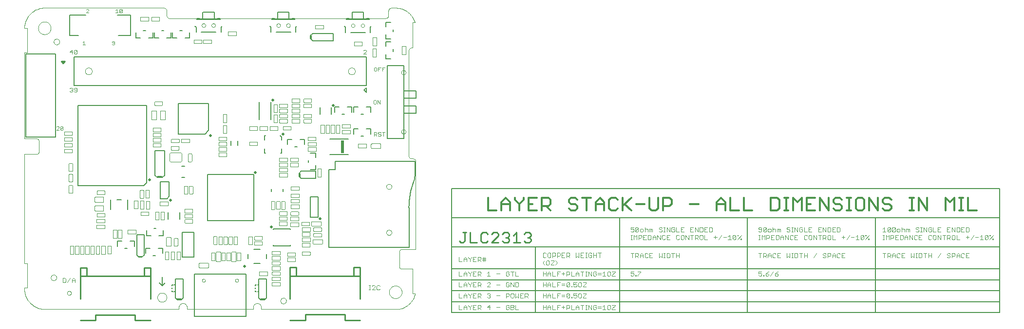
<source format=gto>
G75*
G70*
%OFA0B0*%
%FSLAX24Y24*%
%IPPOS*%
%LPD*%
%AMOC8*
5,1,8,0,0,1.08239X$1,22.5*
%
%ADD10C,0.0040*%
%ADD11C,0.0100*%
%ADD12C,0.0120*%
%ADD13C,0.0050*%
%ADD14C,0.0000*%
%ADD15C,0.0000*%
%ADD16C,0.0060*%
%ADD17C,0.0030*%
%ADD18C,0.0039*%
%ADD19C,0.0200*%
%ADD20C,0.0080*%
%ADD21R,0.0200X0.0900*%
D10*
X003271Y003335D02*
X003426Y003335D01*
X003478Y003387D01*
X003478Y003593D01*
X003426Y003645D01*
X003271Y003645D01*
X003271Y003335D01*
X003593Y003335D02*
X003800Y003645D01*
X003915Y003542D02*
X004019Y003645D01*
X004122Y003542D01*
X004122Y003335D01*
X004122Y003490D02*
X003915Y003490D01*
X003915Y003542D02*
X003915Y003335D01*
X024228Y003145D02*
X024332Y003145D01*
X024280Y003145D02*
X024280Y002835D01*
X024228Y002835D02*
X024332Y002835D01*
X024443Y002835D02*
X024650Y003042D01*
X024650Y003093D01*
X024598Y003145D01*
X024495Y003145D01*
X024443Y003093D01*
X024443Y002835D02*
X024650Y002835D01*
X024765Y002887D02*
X024817Y002835D01*
X024920Y002835D01*
X024972Y002887D01*
X024972Y003093D02*
X024920Y003145D01*
X024817Y003145D01*
X024765Y003093D01*
X024765Y002887D01*
X030388Y003035D02*
X030594Y003035D01*
X030710Y003035D02*
X030710Y003242D01*
X030813Y003345D01*
X030917Y003242D01*
X030917Y003035D01*
X030917Y003190D02*
X030710Y003190D01*
X031032Y003293D02*
X031135Y003190D01*
X031135Y003035D01*
X031135Y003190D02*
X031239Y003293D01*
X031239Y003345D01*
X031354Y003345D02*
X031354Y003035D01*
X031561Y003035D01*
X031677Y003035D02*
X031677Y003345D01*
X031832Y003345D01*
X031883Y003293D01*
X031883Y003190D01*
X031832Y003138D01*
X031677Y003138D01*
X031780Y003138D02*
X031883Y003035D01*
X032321Y003035D02*
X032528Y003242D01*
X032528Y003293D01*
X032476Y003345D01*
X032373Y003345D01*
X032321Y003293D01*
X032321Y003035D02*
X032528Y003035D01*
X032966Y003190D02*
X033173Y003190D01*
X033610Y003293D02*
X033610Y003087D01*
X033662Y003035D01*
X033765Y003035D01*
X033817Y003087D01*
X033817Y003190D01*
X033714Y003190D01*
X033817Y003293D02*
X033765Y003345D01*
X033662Y003345D01*
X033610Y003293D01*
X033933Y003345D02*
X034139Y003035D01*
X034139Y003345D01*
X034255Y003345D02*
X034410Y003345D01*
X034462Y003293D01*
X034462Y003087D01*
X034410Y003035D01*
X034255Y003035D01*
X034255Y003345D01*
X033933Y003345D02*
X033933Y003035D01*
X033984Y002595D02*
X033933Y002543D01*
X033933Y002337D01*
X033984Y002285D01*
X034088Y002285D01*
X034139Y002337D01*
X034139Y002543D01*
X034088Y002595D01*
X033984Y002595D01*
X033817Y002543D02*
X033765Y002595D01*
X033610Y002595D01*
X033610Y002285D01*
X033610Y002388D02*
X033765Y002388D01*
X033817Y002440D01*
X033817Y002543D01*
X034255Y002595D02*
X034255Y002285D01*
X034358Y002388D01*
X034462Y002285D01*
X034462Y002595D01*
X034577Y002595D02*
X034577Y002285D01*
X034784Y002285D01*
X034899Y002285D02*
X034899Y002595D01*
X035054Y002595D01*
X035106Y002543D01*
X035106Y002440D01*
X035054Y002388D01*
X034899Y002388D01*
X035003Y002388D02*
X035106Y002285D01*
X034680Y002440D02*
X034577Y002440D01*
X034577Y002595D02*
X034784Y002595D01*
X036138Y002595D02*
X036138Y002285D01*
X036138Y002440D02*
X036344Y002440D01*
X036460Y002440D02*
X036667Y002440D01*
X036667Y002492D02*
X036667Y002285D01*
X036782Y002285D02*
X036989Y002285D01*
X037104Y002285D02*
X037104Y002595D01*
X037311Y002595D01*
X037427Y002492D02*
X037633Y002492D01*
X037633Y002388D02*
X037427Y002388D01*
X037208Y002440D02*
X037104Y002440D01*
X036782Y002595D02*
X036782Y002285D01*
X036667Y002492D02*
X036563Y002595D01*
X036460Y002492D01*
X036460Y002285D01*
X036344Y002285D02*
X036344Y002595D01*
X036344Y003035D02*
X036344Y003345D01*
X036344Y003190D02*
X036138Y003190D01*
X036138Y003035D02*
X036138Y003345D01*
X036460Y003242D02*
X036563Y003345D01*
X036667Y003242D01*
X036667Y003035D01*
X036782Y003035D02*
X036989Y003035D01*
X037104Y003035D02*
X037104Y003345D01*
X037311Y003345D01*
X037427Y003242D02*
X037633Y003242D01*
X037633Y003138D02*
X037427Y003138D01*
X037208Y003190D02*
X037104Y003190D01*
X036782Y003345D02*
X036782Y003035D01*
X036667Y003190D02*
X036460Y003190D01*
X036460Y003242D02*
X036460Y003035D01*
X037749Y003087D02*
X037749Y003293D01*
X037801Y003345D01*
X037904Y003345D01*
X037956Y003293D01*
X037749Y003087D01*
X037801Y003035D01*
X037904Y003035D01*
X037956Y003087D01*
X037956Y003293D01*
X038071Y003087D02*
X038123Y003087D01*
X038123Y003035D01*
X038071Y003035D01*
X038071Y003087D01*
X038232Y003087D02*
X038284Y003035D01*
X038387Y003035D01*
X038439Y003087D01*
X038439Y003190D01*
X038387Y003242D01*
X038336Y003242D01*
X038232Y003190D01*
X038232Y003345D01*
X038439Y003345D01*
X038555Y003293D02*
X038555Y003087D01*
X038606Y003035D01*
X038710Y003035D01*
X038761Y003087D01*
X038761Y003293D01*
X038710Y003345D01*
X038606Y003345D01*
X038555Y003293D01*
X038877Y003345D02*
X039084Y003345D01*
X039084Y003293D01*
X038877Y003087D01*
X038877Y003035D01*
X039084Y003035D01*
X039084Y002595D02*
X039084Y002543D01*
X038877Y002337D01*
X038877Y002285D01*
X039084Y002285D01*
X038761Y002337D02*
X038710Y002285D01*
X038606Y002285D01*
X038555Y002337D01*
X038555Y002543D01*
X038606Y002595D01*
X038710Y002595D01*
X038761Y002543D01*
X038761Y002337D01*
X038877Y002595D02*
X039084Y002595D01*
X038439Y002595D02*
X038232Y002595D01*
X038232Y002440D01*
X038336Y002492D01*
X038387Y002492D01*
X038439Y002440D01*
X038439Y002337D01*
X038387Y002285D01*
X038284Y002285D01*
X038232Y002337D01*
X038123Y002337D02*
X038123Y002285D01*
X038071Y002285D01*
X038071Y002337D01*
X038123Y002337D01*
X037956Y002337D02*
X037904Y002285D01*
X037801Y002285D01*
X037749Y002337D01*
X037956Y002543D01*
X037956Y002337D01*
X037956Y002543D02*
X037904Y002595D01*
X037801Y002595D01*
X037749Y002543D01*
X037749Y002337D01*
X037749Y001795D02*
X037904Y001795D01*
X037956Y001743D01*
X037956Y001640D01*
X037904Y001588D01*
X037749Y001588D01*
X037749Y001485D02*
X037749Y001795D01*
X037633Y001640D02*
X037427Y001640D01*
X037530Y001743D02*
X037530Y001537D01*
X037208Y001640D02*
X037104Y001640D01*
X037104Y001795D02*
X037311Y001795D01*
X037104Y001795D02*
X037104Y001485D01*
X036989Y001485D02*
X036782Y001485D01*
X036782Y001795D01*
X036667Y001692D02*
X036667Y001485D01*
X036667Y001640D02*
X036460Y001640D01*
X036460Y001692D02*
X036563Y001795D01*
X036667Y001692D01*
X036460Y001692D02*
X036460Y001485D01*
X036344Y001485D02*
X036344Y001795D01*
X036344Y001640D02*
X036138Y001640D01*
X036138Y001485D02*
X036138Y001795D01*
X034462Y001485D02*
X034255Y001485D01*
X034255Y001795D01*
X034139Y001743D02*
X034139Y001692D01*
X034088Y001640D01*
X033933Y001640D01*
X033817Y001640D02*
X033714Y001640D01*
X033817Y001640D02*
X033817Y001537D01*
X033765Y001485D01*
X033662Y001485D01*
X033610Y001537D01*
X033610Y001743D01*
X033662Y001795D01*
X033765Y001795D01*
X033817Y001743D01*
X033933Y001795D02*
X034088Y001795D01*
X034139Y001743D01*
X034088Y001640D02*
X034139Y001588D01*
X034139Y001537D01*
X034088Y001485D01*
X033933Y001485D01*
X033933Y001795D01*
X033173Y001640D02*
X032966Y001640D01*
X032528Y001640D02*
X032321Y001640D01*
X032476Y001795D01*
X032476Y001485D01*
X031883Y001485D02*
X031780Y001588D01*
X031832Y001588D02*
X031677Y001588D01*
X031677Y001485D02*
X031677Y001795D01*
X031832Y001795D01*
X031883Y001743D01*
X031883Y001640D01*
X031832Y001588D01*
X031561Y001485D02*
X031354Y001485D01*
X031354Y001795D01*
X031561Y001795D01*
X031458Y001640D02*
X031354Y001640D01*
X031239Y001743D02*
X031239Y001795D01*
X031239Y001743D02*
X031135Y001640D01*
X031135Y001485D01*
X031135Y001640D02*
X031032Y001743D01*
X031032Y001795D01*
X030917Y001692D02*
X030917Y001485D01*
X030917Y001640D02*
X030710Y001640D01*
X030710Y001692D02*
X030813Y001795D01*
X030917Y001692D01*
X030710Y001692D02*
X030710Y001485D01*
X030594Y001485D02*
X030388Y001485D01*
X030388Y001795D01*
X030388Y002285D02*
X030594Y002285D01*
X030710Y002285D02*
X030710Y002492D01*
X030813Y002595D01*
X030917Y002492D01*
X030917Y002285D01*
X030917Y002440D02*
X030710Y002440D01*
X031032Y002543D02*
X031135Y002440D01*
X031135Y002285D01*
X031135Y002440D02*
X031239Y002543D01*
X031239Y002595D01*
X031354Y002595D02*
X031354Y002285D01*
X031561Y002285D01*
X031677Y002285D02*
X031677Y002595D01*
X031832Y002595D01*
X031883Y002543D01*
X031883Y002440D01*
X031832Y002388D01*
X031677Y002388D01*
X031780Y002388D02*
X031883Y002285D01*
X032321Y002337D02*
X032373Y002285D01*
X032476Y002285D01*
X032528Y002337D01*
X032528Y002388D01*
X032476Y002440D01*
X032425Y002440D01*
X032476Y002440D02*
X032528Y002492D01*
X032528Y002543D01*
X032476Y002595D01*
X032373Y002595D01*
X032321Y002543D01*
X032966Y002440D02*
X033173Y002440D01*
X031561Y002595D02*
X031354Y002595D01*
X031354Y002440D02*
X031458Y002440D01*
X031032Y002543D02*
X031032Y002595D01*
X030388Y002595D02*
X030388Y002285D01*
X030388Y003035D02*
X030388Y003345D01*
X031032Y003345D02*
X031032Y003293D01*
X031354Y003345D02*
X031561Y003345D01*
X031458Y003190D02*
X031354Y003190D01*
X031354Y003785D02*
X031561Y003785D01*
X031677Y003785D02*
X031677Y004095D01*
X031832Y004095D01*
X031883Y004043D01*
X031883Y003940D01*
X031832Y003888D01*
X031677Y003888D01*
X031780Y003888D02*
X031883Y003785D01*
X032321Y003785D02*
X032528Y003785D01*
X032425Y003785D02*
X032425Y004095D01*
X032321Y003992D01*
X032966Y003940D02*
X033173Y003940D01*
X033610Y004043D02*
X033610Y003837D01*
X033662Y003785D01*
X033765Y003785D01*
X033817Y003837D01*
X033817Y003940D01*
X033714Y003940D01*
X033817Y004043D02*
X033765Y004095D01*
X033662Y004095D01*
X033610Y004043D01*
X033933Y004095D02*
X034139Y004095D01*
X034036Y004095D02*
X034036Y003785D01*
X034255Y003785D02*
X034462Y003785D01*
X034255Y003785D02*
X034255Y004095D01*
X036138Y004095D02*
X036138Y003785D01*
X036138Y003940D02*
X036344Y003940D01*
X036460Y003940D02*
X036667Y003940D01*
X036667Y003992D02*
X036667Y003785D01*
X036782Y003785D02*
X036989Y003785D01*
X037104Y003785D02*
X037104Y004095D01*
X037311Y004095D01*
X037208Y003940D02*
X037104Y003940D01*
X037427Y003940D02*
X037633Y003940D01*
X037749Y003888D02*
X037904Y003888D01*
X037956Y003940D01*
X037956Y004043D01*
X037904Y004095D01*
X037749Y004095D01*
X037749Y003785D01*
X037530Y003837D02*
X037530Y004043D01*
X038071Y004095D02*
X038071Y003785D01*
X038278Y003785D01*
X038393Y003785D02*
X038393Y003992D01*
X038497Y004095D01*
X038600Y003992D01*
X038600Y003785D01*
X038600Y003940D02*
X038393Y003940D01*
X038716Y004095D02*
X038923Y004095D01*
X038819Y004095D02*
X038819Y003785D01*
X039038Y003785D02*
X039141Y003785D01*
X039090Y003785D02*
X039090Y004095D01*
X039141Y004095D02*
X039038Y004095D01*
X039253Y004095D02*
X039460Y003785D01*
X039460Y004095D01*
X039575Y004043D02*
X039575Y003837D01*
X039627Y003785D01*
X039730Y003785D01*
X039782Y003837D01*
X039782Y003940D01*
X039679Y003940D01*
X039782Y004043D02*
X039730Y004095D01*
X039627Y004095D01*
X039575Y004043D01*
X039253Y004095D02*
X039253Y003785D01*
X039897Y003888D02*
X040104Y003888D01*
X040104Y003992D02*
X039897Y003992D01*
X040220Y003992D02*
X040323Y004095D01*
X040323Y003785D01*
X040220Y003785D02*
X040426Y003785D01*
X040542Y003837D02*
X040542Y004043D01*
X040594Y004095D01*
X040697Y004095D01*
X040749Y004043D01*
X040749Y003837D01*
X040697Y003785D01*
X040594Y003785D01*
X040542Y003837D01*
X040864Y003837D02*
X040864Y003785D01*
X041071Y003785D01*
X040864Y003837D02*
X041071Y004043D01*
X041071Y004095D01*
X040864Y004095D01*
X042138Y004095D02*
X042138Y003940D01*
X042241Y003992D01*
X042293Y003992D01*
X042344Y003940D01*
X042344Y003837D01*
X042293Y003785D01*
X042189Y003785D01*
X042138Y003837D01*
X042138Y004095D02*
X042344Y004095D01*
X042621Y004095D02*
X042828Y004095D01*
X042828Y004043D01*
X042621Y003837D01*
X042621Y003785D01*
X042511Y003785D02*
X042460Y003785D01*
X042460Y003837D01*
X042511Y003837D01*
X042511Y003785D01*
X042460Y005035D02*
X042460Y005345D01*
X042615Y005345D01*
X042667Y005293D01*
X042667Y005190D01*
X042615Y005138D01*
X042460Y005138D01*
X042563Y005138D02*
X042667Y005035D01*
X042782Y005035D02*
X042782Y005242D01*
X042885Y005345D01*
X042989Y005242D01*
X042989Y005035D01*
X043104Y005087D02*
X043156Y005035D01*
X043259Y005035D01*
X043311Y005087D01*
X043427Y005035D02*
X043633Y005035D01*
X043530Y005190D02*
X043427Y005190D01*
X043427Y005345D02*
X043427Y005035D01*
X043311Y005293D02*
X043259Y005345D01*
X043156Y005345D01*
X043104Y005293D01*
X043104Y005087D01*
X042989Y005190D02*
X042782Y005190D01*
X042344Y005345D02*
X042138Y005345D01*
X042241Y005345D02*
X042241Y005035D01*
X043427Y005345D02*
X043633Y005345D01*
X044071Y005345D02*
X044071Y005035D01*
X044175Y005138D01*
X044278Y005035D01*
X044278Y005345D01*
X044393Y005345D02*
X044497Y005345D01*
X044445Y005345D02*
X044445Y005035D01*
X044393Y005035D02*
X044497Y005035D01*
X044608Y005035D02*
X044608Y005345D01*
X044763Y005345D01*
X044815Y005293D01*
X044815Y005087D01*
X044763Y005035D01*
X044608Y005035D01*
X045034Y005035D02*
X045034Y005345D01*
X044931Y005345D02*
X045137Y005345D01*
X045253Y005345D02*
X045253Y005035D01*
X045253Y005190D02*
X045460Y005190D01*
X045460Y005345D02*
X045460Y005035D01*
X045408Y006285D02*
X045460Y006337D01*
X045408Y006285D02*
X045305Y006285D01*
X045253Y006337D01*
X045253Y006543D01*
X045305Y006595D01*
X045408Y006595D01*
X045460Y006543D01*
X045575Y006543D02*
X045575Y006337D01*
X045627Y006285D01*
X045730Y006285D01*
X045782Y006337D01*
X045782Y006543D01*
X045730Y006595D01*
X045627Y006595D01*
X045575Y006543D01*
X045575Y006810D02*
X045782Y006810D01*
X045679Y006965D02*
X045575Y006965D01*
X045575Y007120D02*
X045575Y006810D01*
X045460Y006810D02*
X045253Y006810D01*
X045253Y007120D01*
X045137Y007068D02*
X045086Y007120D01*
X044982Y007120D01*
X044931Y007068D01*
X044931Y006862D01*
X044982Y006810D01*
X045086Y006810D01*
X045137Y006862D01*
X045137Y006965D01*
X045034Y006965D01*
X044815Y006810D02*
X044815Y007120D01*
X044608Y007120D02*
X044815Y006810D01*
X044608Y006810D02*
X044608Y007120D01*
X044497Y007120D02*
X044393Y007120D01*
X044445Y007120D02*
X044445Y006810D01*
X044393Y006810D02*
X044497Y006810D01*
X044441Y006595D02*
X044338Y006595D01*
X044286Y006543D01*
X044286Y006337D01*
X044338Y006285D01*
X044441Y006285D01*
X044493Y006337D01*
X044608Y006285D02*
X044815Y006285D01*
X044712Y006440D02*
X044608Y006440D01*
X044493Y006543D02*
X044441Y006595D01*
X044608Y006595D02*
X044608Y006285D01*
X044171Y006285D02*
X044171Y006595D01*
X043964Y006595D02*
X044171Y006285D01*
X043964Y006285D02*
X043964Y006595D01*
X043848Y006492D02*
X043848Y006285D01*
X043848Y006440D02*
X043641Y006440D01*
X043641Y006492D02*
X043745Y006595D01*
X043848Y006492D01*
X043641Y006492D02*
X043641Y006285D01*
X043526Y006337D02*
X043474Y006285D01*
X043319Y006285D01*
X043319Y006595D01*
X043474Y006595D01*
X043526Y006543D01*
X043526Y006337D01*
X043204Y006285D02*
X042997Y006285D01*
X042997Y006595D01*
X043204Y006595D01*
X043100Y006440D02*
X042997Y006440D01*
X042881Y006440D02*
X042830Y006388D01*
X042675Y006388D01*
X042675Y006285D02*
X042675Y006595D01*
X042830Y006595D01*
X042881Y006543D01*
X042881Y006440D01*
X042559Y006595D02*
X042559Y006285D01*
X042352Y006285D02*
X042352Y006595D01*
X042456Y006492D01*
X042559Y006595D01*
X042511Y006810D02*
X042460Y006862D01*
X042667Y007068D01*
X042667Y006862D01*
X042615Y006810D01*
X042511Y006810D01*
X042460Y006862D02*
X042460Y007068D01*
X042511Y007120D01*
X042615Y007120D01*
X042667Y007068D01*
X042782Y006965D02*
X042834Y007017D01*
X042937Y007017D01*
X042989Y006965D01*
X042989Y006862D01*
X042937Y006810D01*
X042834Y006810D01*
X042782Y006862D01*
X042782Y006965D01*
X043104Y006965D02*
X043156Y007017D01*
X043259Y007017D01*
X043311Y006965D01*
X043311Y006810D01*
X043427Y006810D02*
X043427Y007017D01*
X043478Y007017D01*
X043530Y006965D01*
X043582Y007017D01*
X043633Y006965D01*
X043633Y006810D01*
X043530Y006810D02*
X043530Y006965D01*
X043104Y007120D02*
X043104Y006810D01*
X042344Y006862D02*
X042293Y006810D01*
X042189Y006810D01*
X042138Y006862D01*
X042138Y006965D02*
X042241Y007017D01*
X042293Y007017D01*
X042344Y006965D01*
X042344Y006862D01*
X042138Y006965D02*
X042138Y007120D01*
X042344Y007120D01*
X042241Y006595D02*
X042138Y006595D01*
X042189Y006595D02*
X042189Y006285D01*
X042138Y006285D02*
X042241Y006285D01*
X044071Y006862D02*
X044123Y006810D01*
X044226Y006810D01*
X044278Y006862D01*
X044278Y006913D01*
X044226Y006965D01*
X044123Y006965D01*
X044071Y007017D01*
X044071Y007068D01*
X044123Y007120D01*
X044226Y007120D01*
X044278Y007068D01*
X044608Y006595D02*
X044815Y006595D01*
X045575Y007120D02*
X045782Y007120D01*
X046220Y007120D02*
X046220Y006810D01*
X046426Y006810D01*
X046542Y006810D02*
X046542Y007120D01*
X046749Y006810D01*
X046749Y007120D01*
X046864Y007120D02*
X047019Y007120D01*
X047071Y007068D01*
X047071Y006862D01*
X047019Y006810D01*
X046864Y006810D01*
X046864Y007120D01*
X047186Y007120D02*
X047186Y006810D01*
X047393Y006810D01*
X047509Y006810D02*
X047664Y006810D01*
X047716Y006862D01*
X047716Y007068D01*
X047664Y007120D01*
X047509Y007120D01*
X047509Y006810D01*
X047290Y006965D02*
X047186Y006965D01*
X047186Y007120D02*
X047393Y007120D01*
X047186Y006595D02*
X047186Y006285D01*
X047393Y006285D01*
X047071Y006337D02*
X047071Y006543D01*
X047019Y006595D01*
X046916Y006595D01*
X046864Y006543D01*
X046864Y006337D01*
X046916Y006285D01*
X047019Y006285D01*
X047071Y006337D01*
X046749Y006285D02*
X046645Y006388D01*
X046697Y006388D02*
X046542Y006388D01*
X046542Y006285D02*
X046542Y006595D01*
X046697Y006595D01*
X046749Y006543D01*
X046749Y006440D01*
X046697Y006388D01*
X046426Y006595D02*
X046220Y006595D01*
X046323Y006595D02*
X046323Y006285D01*
X046104Y006285D02*
X046104Y006595D01*
X045897Y006595D02*
X046104Y006285D01*
X045897Y006285D02*
X045897Y006595D01*
X046220Y006965D02*
X046323Y006965D01*
X046426Y007120D02*
X046220Y007120D01*
X047831Y006440D02*
X048038Y006440D01*
X047934Y006543D02*
X047934Y006337D01*
X048153Y006285D02*
X048360Y006595D01*
X048476Y006440D02*
X048682Y006440D01*
X048798Y006492D02*
X048901Y006595D01*
X048901Y006285D01*
X048798Y006285D02*
X049005Y006285D01*
X049120Y006337D02*
X049172Y006285D01*
X049275Y006285D01*
X049327Y006337D01*
X049327Y006543D01*
X049120Y006337D01*
X049120Y006543D01*
X049172Y006595D01*
X049275Y006595D01*
X049327Y006543D01*
X049442Y006543D02*
X049442Y006595D01*
X049494Y006595D01*
X049494Y006543D01*
X049442Y006543D01*
X049442Y006285D02*
X049701Y006595D01*
X049701Y006337D02*
X049701Y006285D01*
X049649Y006285D01*
X049649Y006337D01*
X049701Y006337D01*
X050888Y006285D02*
X050991Y006285D01*
X050939Y006285D02*
X050939Y006595D01*
X050888Y006595D02*
X050991Y006595D01*
X051102Y006595D02*
X051206Y006492D01*
X051309Y006595D01*
X051309Y006285D01*
X051425Y006285D02*
X051425Y006595D01*
X051580Y006595D01*
X051631Y006543D01*
X051631Y006440D01*
X051580Y006388D01*
X051425Y006388D01*
X051747Y006440D02*
X051850Y006440D01*
X051747Y006595D02*
X051747Y006285D01*
X051954Y006285D01*
X052069Y006285D02*
X052224Y006285D01*
X052276Y006337D01*
X052276Y006543D01*
X052224Y006595D01*
X052069Y006595D01*
X052069Y006285D01*
X052391Y006285D02*
X052391Y006492D01*
X052495Y006595D01*
X052598Y006492D01*
X052598Y006285D01*
X052714Y006285D02*
X052714Y006595D01*
X052921Y006285D01*
X052921Y006595D01*
X053036Y006543D02*
X053036Y006337D01*
X053088Y006285D01*
X053191Y006285D01*
X053243Y006337D01*
X053358Y006285D02*
X053565Y006285D01*
X053462Y006440D02*
X053358Y006440D01*
X053243Y006543D02*
X053191Y006595D01*
X053088Y006595D01*
X053036Y006543D01*
X052976Y006810D02*
X052873Y006810D01*
X052821Y006862D01*
X052873Y006965D02*
X052976Y006965D01*
X053028Y006913D01*
X053028Y006862D01*
X052976Y006810D01*
X053143Y006810D02*
X053247Y006810D01*
X053195Y006810D02*
X053195Y007120D01*
X053143Y007120D02*
X053247Y007120D01*
X053358Y007120D02*
X053565Y006810D01*
X053565Y007120D01*
X053681Y007068D02*
X053681Y006862D01*
X053732Y006810D01*
X053836Y006810D01*
X053887Y006862D01*
X053887Y006965D01*
X053784Y006965D01*
X053887Y007068D02*
X053836Y007120D01*
X053732Y007120D01*
X053681Y007068D01*
X054003Y007120D02*
X054003Y006810D01*
X054210Y006810D01*
X054325Y006810D02*
X054532Y006810D01*
X054429Y006965D02*
X054325Y006965D01*
X054325Y007120D02*
X054325Y006810D01*
X054377Y006595D02*
X054325Y006543D01*
X054325Y006337D01*
X054377Y006285D01*
X054480Y006285D01*
X054532Y006337D01*
X054532Y006543D01*
X054480Y006595D01*
X054377Y006595D01*
X054210Y006543D02*
X054158Y006595D01*
X054055Y006595D01*
X054003Y006543D01*
X054003Y006337D01*
X054055Y006285D01*
X054158Y006285D01*
X054210Y006337D01*
X054647Y006285D02*
X054647Y006595D01*
X054854Y006285D01*
X054854Y006595D01*
X054970Y006595D02*
X055176Y006595D01*
X055073Y006595D02*
X055073Y006285D01*
X055292Y006285D02*
X055292Y006595D01*
X055447Y006595D01*
X055499Y006543D01*
X055499Y006440D01*
X055447Y006388D01*
X055292Y006388D01*
X055395Y006388D02*
X055499Y006285D01*
X055614Y006337D02*
X055666Y006285D01*
X055769Y006285D01*
X055821Y006337D01*
X055821Y006543D01*
X055769Y006595D01*
X055666Y006595D01*
X055614Y006543D01*
X055614Y006337D01*
X055936Y006285D02*
X056143Y006285D01*
X055936Y006285D02*
X055936Y006595D01*
X055936Y006810D02*
X056143Y006810D01*
X056259Y006810D02*
X056414Y006810D01*
X056466Y006862D01*
X056466Y007068D01*
X056414Y007120D01*
X056259Y007120D01*
X056259Y006810D01*
X056040Y006965D02*
X055936Y006965D01*
X055821Y006862D02*
X055821Y007068D01*
X055769Y007120D01*
X055614Y007120D01*
X055614Y006810D01*
X055769Y006810D01*
X055821Y006862D01*
X055936Y006810D02*
X055936Y007120D01*
X056143Y007120D01*
X055499Y007120D02*
X055499Y006810D01*
X055292Y007120D01*
X055292Y006810D01*
X055176Y006810D02*
X054970Y006810D01*
X054970Y007120D01*
X055176Y007120D01*
X055073Y006965D02*
X054970Y006965D01*
X054532Y007120D02*
X054325Y007120D01*
X053358Y007120D02*
X053358Y006810D01*
X053358Y006595D02*
X053358Y006285D01*
X053358Y006595D02*
X053565Y006595D01*
X052873Y006965D02*
X052821Y007017D01*
X052821Y007068D01*
X052873Y007120D01*
X052976Y007120D01*
X053028Y007068D01*
X052383Y006965D02*
X052383Y006810D01*
X052280Y006810D02*
X052280Y006965D01*
X052332Y007017D01*
X052383Y006965D01*
X052280Y006965D02*
X052228Y007017D01*
X052177Y007017D01*
X052177Y006810D01*
X052061Y006810D02*
X052061Y006965D01*
X052009Y007017D01*
X051906Y007017D01*
X051854Y006965D01*
X051739Y006965D02*
X051687Y007017D01*
X051584Y007017D01*
X051532Y006965D01*
X051532Y006862D01*
X051584Y006810D01*
X051687Y006810D01*
X051739Y006862D01*
X051739Y006965D01*
X051854Y007120D02*
X051854Y006810D01*
X051954Y006595D02*
X051747Y006595D01*
X051417Y006862D02*
X051365Y006810D01*
X051261Y006810D01*
X051210Y006862D01*
X051417Y007068D01*
X051417Y006862D01*
X051417Y007068D02*
X051365Y007120D01*
X051261Y007120D01*
X051210Y007068D01*
X051210Y006862D01*
X051094Y006862D02*
X051094Y007068D01*
X051043Y007120D01*
X050939Y007120D01*
X050888Y007068D01*
X050888Y007017D01*
X050939Y006965D01*
X051094Y006965D01*
X051094Y006862D02*
X051043Y006810D01*
X050939Y006810D01*
X050888Y006862D01*
X051102Y006595D02*
X051102Y006285D01*
X052391Y006440D02*
X052598Y006440D01*
X052383Y005345D02*
X052177Y005345D01*
X052177Y005035D01*
X052383Y005035D01*
X052280Y005190D02*
X052177Y005190D01*
X052061Y005293D02*
X052009Y005345D01*
X051906Y005345D01*
X051854Y005293D01*
X051854Y005087D01*
X051906Y005035D01*
X052009Y005035D01*
X052061Y005087D01*
X051739Y005035D02*
X051739Y005242D01*
X051635Y005345D01*
X051532Y005242D01*
X051532Y005035D01*
X051417Y005035D02*
X051313Y005138D01*
X051365Y005138D02*
X051210Y005138D01*
X051210Y005035D02*
X051210Y005345D01*
X051365Y005345D01*
X051417Y005293D01*
X051417Y005190D01*
X051365Y005138D01*
X051532Y005190D02*
X051739Y005190D01*
X051094Y005345D02*
X050888Y005345D01*
X050991Y005345D02*
X050991Y005035D01*
X052821Y005035D02*
X052925Y005138D01*
X053028Y005035D01*
X053028Y005345D01*
X053143Y005345D02*
X053247Y005345D01*
X053195Y005345D02*
X053195Y005035D01*
X053143Y005035D02*
X053247Y005035D01*
X053358Y005035D02*
X053358Y005345D01*
X053513Y005345D01*
X053565Y005293D01*
X053565Y005087D01*
X053513Y005035D01*
X053358Y005035D01*
X053784Y005035D02*
X053784Y005345D01*
X053681Y005345D02*
X053887Y005345D01*
X054003Y005345D02*
X054003Y005035D01*
X054003Y005190D02*
X054210Y005190D01*
X054210Y005345D02*
X054210Y005035D01*
X054647Y005035D02*
X054854Y005345D01*
X055292Y005293D02*
X055292Y005242D01*
X055344Y005190D01*
X055447Y005190D01*
X055499Y005138D01*
X055499Y005087D01*
X055447Y005035D01*
X055344Y005035D01*
X055292Y005087D01*
X055292Y005293D02*
X055344Y005345D01*
X055447Y005345D01*
X055499Y005293D01*
X055614Y005345D02*
X055769Y005345D01*
X055821Y005293D01*
X055821Y005190D01*
X055769Y005138D01*
X055614Y005138D01*
X055614Y005035D02*
X055614Y005345D01*
X055936Y005242D02*
X056040Y005345D01*
X056143Y005242D01*
X056143Y005035D01*
X056259Y005087D02*
X056310Y005035D01*
X056414Y005035D01*
X056466Y005087D01*
X056581Y005035D02*
X056788Y005035D01*
X056684Y005190D02*
X056581Y005190D01*
X056466Y005293D02*
X056414Y005345D01*
X056310Y005345D01*
X056259Y005293D01*
X056259Y005087D01*
X056143Y005190D02*
X055936Y005190D01*
X055936Y005242D02*
X055936Y005035D01*
X056581Y005035D02*
X056581Y005345D01*
X056788Y005345D01*
X059388Y005345D02*
X059594Y005345D01*
X059491Y005345D02*
X059491Y005035D01*
X059710Y005035D02*
X059710Y005345D01*
X059865Y005345D01*
X059917Y005293D01*
X059917Y005190D01*
X059865Y005138D01*
X059710Y005138D01*
X059813Y005138D02*
X059917Y005035D01*
X060032Y005035D02*
X060032Y005242D01*
X060135Y005345D01*
X060239Y005242D01*
X060239Y005035D01*
X060354Y005087D02*
X060406Y005035D01*
X060509Y005035D01*
X060561Y005087D01*
X060677Y005035D02*
X060883Y005035D01*
X060780Y005190D02*
X060677Y005190D01*
X060677Y005345D02*
X060677Y005035D01*
X060561Y005293D02*
X060509Y005345D01*
X060406Y005345D01*
X060354Y005293D01*
X060354Y005087D01*
X060239Y005190D02*
X060032Y005190D01*
X060677Y005345D02*
X060883Y005345D01*
X061321Y005345D02*
X061321Y005035D01*
X061425Y005138D01*
X061528Y005035D01*
X061528Y005345D01*
X061643Y005345D02*
X061747Y005345D01*
X061695Y005345D02*
X061695Y005035D01*
X061643Y005035D02*
X061747Y005035D01*
X061858Y005035D02*
X062013Y005035D01*
X062065Y005087D01*
X062065Y005293D01*
X062013Y005345D01*
X061858Y005345D01*
X061858Y005035D01*
X062284Y005035D02*
X062284Y005345D01*
X062181Y005345D02*
X062387Y005345D01*
X062503Y005345D02*
X062503Y005035D01*
X062503Y005190D02*
X062710Y005190D01*
X062710Y005345D02*
X062710Y005035D01*
X063147Y005035D02*
X063354Y005345D01*
X063792Y005293D02*
X063792Y005242D01*
X063844Y005190D01*
X063947Y005190D01*
X063999Y005138D01*
X063999Y005087D01*
X063947Y005035D01*
X063844Y005035D01*
X063792Y005087D01*
X063792Y005293D02*
X063844Y005345D01*
X063947Y005345D01*
X063999Y005293D01*
X064114Y005345D02*
X064269Y005345D01*
X064321Y005293D01*
X064321Y005190D01*
X064269Y005138D01*
X064114Y005138D01*
X064114Y005035D02*
X064114Y005345D01*
X064436Y005242D02*
X064436Y005035D01*
X064436Y005190D02*
X064643Y005190D01*
X064643Y005242D02*
X064643Y005035D01*
X064759Y005087D02*
X064810Y005035D01*
X064914Y005035D01*
X064966Y005087D01*
X065081Y005035D02*
X065288Y005035D01*
X065184Y005190D02*
X065081Y005190D01*
X064966Y005293D02*
X064914Y005345D01*
X064810Y005345D01*
X064759Y005293D01*
X064759Y005087D01*
X064643Y005242D02*
X064540Y005345D01*
X064436Y005242D01*
X065081Y005345D02*
X065081Y005035D01*
X065081Y005345D02*
X065288Y005345D01*
X065403Y006285D02*
X065610Y006595D01*
X065726Y006440D02*
X065932Y006440D01*
X066048Y006492D02*
X066151Y006595D01*
X066151Y006285D01*
X066048Y006285D02*
X066255Y006285D01*
X066370Y006337D02*
X066422Y006285D01*
X066525Y006285D01*
X066577Y006337D01*
X066577Y006543D01*
X066370Y006337D01*
X066370Y006543D01*
X066422Y006595D01*
X066525Y006595D01*
X066577Y006543D01*
X066692Y006543D02*
X066692Y006595D01*
X066744Y006595D01*
X066744Y006543D01*
X066692Y006543D01*
X066692Y006285D02*
X066951Y006595D01*
X066951Y006337D02*
X066951Y006285D01*
X066899Y006285D01*
X066899Y006337D01*
X066951Y006337D01*
X065288Y006440D02*
X065081Y006440D01*
X065184Y006543D02*
X065184Y006337D01*
X064643Y006285D02*
X064436Y006285D01*
X064436Y006595D01*
X064321Y006543D02*
X064269Y006595D01*
X064166Y006595D01*
X064114Y006543D01*
X064114Y006337D01*
X064166Y006285D01*
X064269Y006285D01*
X064321Y006337D01*
X064321Y006543D01*
X064321Y006810D02*
X064321Y007120D01*
X064436Y007120D02*
X064592Y007120D01*
X064643Y007068D01*
X064643Y006862D01*
X064592Y006810D01*
X064436Y006810D01*
X064436Y007120D01*
X064114Y007120D02*
X064114Y006810D01*
X063999Y006810D02*
X063792Y006810D01*
X063792Y007120D01*
X063999Y007120D01*
X064114Y007120D02*
X064321Y006810D01*
X063999Y006543D02*
X063999Y006440D01*
X063947Y006388D01*
X063792Y006388D01*
X063792Y006285D02*
X063792Y006595D01*
X063947Y006595D01*
X063999Y006543D01*
X063895Y006388D02*
X063999Y006285D01*
X063573Y006285D02*
X063573Y006595D01*
X063470Y006595D02*
X063676Y006595D01*
X063354Y006595D02*
X063354Y006285D01*
X063147Y006595D01*
X063147Y006285D01*
X063032Y006337D02*
X062980Y006285D01*
X062877Y006285D01*
X062825Y006337D01*
X062825Y006543D01*
X062877Y006595D01*
X062980Y006595D01*
X063032Y006543D01*
X063032Y006337D01*
X062710Y006337D02*
X062658Y006285D01*
X062555Y006285D01*
X062503Y006337D01*
X062503Y006543D01*
X062555Y006595D01*
X062658Y006595D01*
X062710Y006543D01*
X062658Y006810D02*
X062710Y006862D01*
X062710Y006965D01*
X062606Y006965D01*
X062503Y007068D02*
X062503Y006862D01*
X062555Y006810D01*
X062658Y006810D01*
X062825Y006810D02*
X062825Y007120D01*
X062710Y007068D02*
X062658Y007120D01*
X062555Y007120D01*
X062503Y007068D01*
X062387Y007120D02*
X062387Y006810D01*
X062181Y007120D01*
X062181Y006810D01*
X062069Y006810D02*
X061966Y006810D01*
X062017Y006810D02*
X062017Y007120D01*
X061966Y007120D02*
X062069Y007120D01*
X061850Y007068D02*
X061799Y007120D01*
X061695Y007120D01*
X061643Y007068D01*
X061643Y007017D01*
X061695Y006965D01*
X061799Y006965D01*
X061850Y006913D01*
X061850Y006862D01*
X061799Y006810D01*
X061695Y006810D01*
X061643Y006862D01*
X061691Y006595D02*
X061588Y006595D01*
X061536Y006543D01*
X061536Y006337D01*
X061588Y006285D01*
X061691Y006285D01*
X061743Y006337D01*
X061858Y006285D02*
X062065Y006285D01*
X061962Y006440D02*
X061858Y006440D01*
X061743Y006543D02*
X061691Y006595D01*
X061858Y006595D02*
X061858Y006285D01*
X061421Y006285D02*
X061421Y006595D01*
X061214Y006595D02*
X061421Y006285D01*
X061214Y006285D02*
X061214Y006595D01*
X061098Y006492D02*
X060995Y006595D01*
X060891Y006492D01*
X060891Y006285D01*
X060776Y006337D02*
X060776Y006543D01*
X060724Y006595D01*
X060569Y006595D01*
X060569Y006285D01*
X060724Y006285D01*
X060776Y006337D01*
X060891Y006440D02*
X061098Y006440D01*
X061098Y006492D02*
X061098Y006285D01*
X060454Y006285D02*
X060247Y006285D01*
X060247Y006595D01*
X060454Y006595D01*
X060350Y006440D02*
X060247Y006440D01*
X060131Y006440D02*
X060080Y006388D01*
X059925Y006388D01*
X059925Y006285D02*
X059925Y006595D01*
X060080Y006595D01*
X060131Y006543D01*
X060131Y006440D01*
X059809Y006595D02*
X059809Y006285D01*
X059602Y006285D02*
X059602Y006595D01*
X059706Y006492D01*
X059809Y006595D01*
X059761Y006810D02*
X059710Y006862D01*
X059917Y007068D01*
X059917Y006862D01*
X059865Y006810D01*
X059761Y006810D01*
X059710Y006862D02*
X059710Y007068D01*
X059761Y007120D01*
X059865Y007120D01*
X059917Y007068D01*
X060032Y007068D02*
X060084Y007120D01*
X060187Y007120D01*
X060239Y007068D01*
X060032Y006862D01*
X060084Y006810D01*
X060187Y006810D01*
X060239Y006862D01*
X060239Y007068D01*
X060354Y006965D02*
X060406Y007017D01*
X060509Y007017D01*
X060561Y006965D01*
X060561Y006862D01*
X060509Y006810D01*
X060406Y006810D01*
X060354Y006862D01*
X060354Y006965D01*
X060677Y006965D02*
X060728Y007017D01*
X060832Y007017D01*
X060883Y006965D01*
X060883Y006810D01*
X060999Y006810D02*
X060999Y007017D01*
X061051Y007017D01*
X061102Y006965D01*
X061154Y007017D01*
X061206Y006965D01*
X061206Y006810D01*
X061102Y006810D02*
X061102Y006965D01*
X060677Y007120D02*
X060677Y006810D01*
X060032Y006862D02*
X060032Y007068D01*
X059594Y006810D02*
X059388Y006810D01*
X059491Y006810D02*
X059491Y007120D01*
X059388Y007017D01*
X059388Y006595D02*
X059491Y006595D01*
X059439Y006595D02*
X059439Y006285D01*
X059388Y006285D02*
X059491Y006285D01*
X058451Y006285D02*
X058399Y006285D01*
X058399Y006337D01*
X058451Y006337D01*
X058451Y006285D01*
X058192Y006285D02*
X058451Y006595D01*
X058244Y006595D02*
X058244Y006543D01*
X058192Y006543D01*
X058192Y006595D01*
X058244Y006595D01*
X058077Y006543D02*
X057870Y006337D01*
X057922Y006285D01*
X058025Y006285D01*
X058077Y006337D01*
X058077Y006543D01*
X058025Y006595D01*
X057922Y006595D01*
X057870Y006543D01*
X057870Y006337D01*
X057755Y006285D02*
X057548Y006285D01*
X057651Y006285D02*
X057651Y006595D01*
X057548Y006492D01*
X057432Y006440D02*
X057226Y006440D01*
X057110Y006595D02*
X056903Y006285D01*
X056788Y006440D02*
X056581Y006440D01*
X056684Y006543D02*
X056684Y006337D01*
X052821Y005345D02*
X052821Y005035D01*
X052222Y004095D02*
X052119Y004043D01*
X052015Y003940D01*
X052171Y003940D01*
X052222Y003888D01*
X052222Y003837D01*
X052171Y003785D01*
X052067Y003785D01*
X052015Y003837D01*
X052015Y003940D01*
X051900Y004095D02*
X051693Y003785D01*
X051578Y003837D02*
X051578Y003888D01*
X051526Y003940D01*
X051371Y003940D01*
X051371Y003837D01*
X051423Y003785D01*
X051526Y003785D01*
X051578Y003837D01*
X051474Y004043D02*
X051371Y003940D01*
X051474Y004043D02*
X051578Y004095D01*
X051261Y003837D02*
X051261Y003785D01*
X051210Y003785D01*
X051210Y003837D01*
X051261Y003837D01*
X051094Y003837D02*
X051043Y003785D01*
X050939Y003785D01*
X050888Y003837D01*
X050888Y003940D02*
X050991Y003992D01*
X051043Y003992D01*
X051094Y003940D01*
X051094Y003837D01*
X050888Y003940D02*
X050888Y004095D01*
X051094Y004095D01*
X041071Y001795D02*
X041071Y001743D01*
X040864Y001537D01*
X040864Y001485D01*
X041071Y001485D01*
X041071Y001795D02*
X040864Y001795D01*
X040749Y001743D02*
X040697Y001795D01*
X040594Y001795D01*
X040542Y001743D01*
X040542Y001537D01*
X040594Y001485D01*
X040697Y001485D01*
X040749Y001537D01*
X040749Y001743D01*
X040426Y001485D02*
X040220Y001485D01*
X040323Y001485D02*
X040323Y001795D01*
X040220Y001692D01*
X040104Y001692D02*
X039897Y001692D01*
X039897Y001588D02*
X040104Y001588D01*
X039782Y001537D02*
X039782Y001640D01*
X039679Y001640D01*
X039782Y001743D02*
X039730Y001795D01*
X039627Y001795D01*
X039575Y001743D01*
X039575Y001537D01*
X039627Y001485D01*
X039730Y001485D01*
X039782Y001537D01*
X039460Y001485D02*
X039460Y001795D01*
X039253Y001795D02*
X039460Y001485D01*
X039253Y001485D02*
X039253Y001795D01*
X039141Y001795D02*
X039038Y001795D01*
X039090Y001795D02*
X039090Y001485D01*
X039141Y001485D02*
X039038Y001485D01*
X038819Y001485D02*
X038819Y001795D01*
X038716Y001795D02*
X038923Y001795D01*
X038600Y001692D02*
X038600Y001485D01*
X038600Y001640D02*
X038393Y001640D01*
X038393Y001692D02*
X038497Y001795D01*
X038600Y001692D01*
X038393Y001692D02*
X038393Y001485D01*
X038278Y001485D02*
X038071Y001485D01*
X038071Y001795D01*
X036782Y003785D02*
X036782Y004095D01*
X036667Y003992D02*
X036563Y004095D01*
X036460Y003992D01*
X036460Y003785D01*
X036344Y003785D02*
X036344Y004095D01*
X036404Y004535D02*
X036507Y004535D01*
X036559Y004587D01*
X036559Y004793D01*
X036507Y004845D01*
X036404Y004845D01*
X036352Y004793D01*
X036352Y004587D01*
X036404Y004535D01*
X036241Y004535D02*
X036138Y004638D01*
X036138Y004742D01*
X036241Y004845D01*
X036293Y005060D02*
X036344Y005112D01*
X036293Y005060D02*
X036189Y005060D01*
X036138Y005112D01*
X036138Y005318D01*
X036189Y005370D01*
X036293Y005370D01*
X036344Y005318D01*
X036460Y005318D02*
X036460Y005112D01*
X036511Y005060D01*
X036615Y005060D01*
X036667Y005112D01*
X036667Y005318D01*
X036615Y005370D01*
X036511Y005370D01*
X036460Y005318D01*
X036782Y005370D02*
X036782Y005060D01*
X036782Y005163D02*
X036937Y005163D01*
X036989Y005215D01*
X036989Y005318D01*
X036937Y005370D01*
X036782Y005370D01*
X037104Y005370D02*
X037259Y005370D01*
X037311Y005318D01*
X037311Y005215D01*
X037259Y005163D01*
X037104Y005163D01*
X037104Y005060D02*
X037104Y005370D01*
X037427Y005370D02*
X037427Y005060D01*
X037633Y005060D01*
X037749Y005060D02*
X037749Y005370D01*
X037904Y005370D01*
X037956Y005318D01*
X037956Y005215D01*
X037904Y005163D01*
X037749Y005163D01*
X037852Y005163D02*
X037956Y005060D01*
X038393Y005060D02*
X038497Y005163D01*
X038600Y005060D01*
X038600Y005370D01*
X038716Y005370D02*
X038716Y005060D01*
X038923Y005060D01*
X039038Y005060D02*
X039141Y005060D01*
X039090Y005060D02*
X039090Y005370D01*
X039141Y005370D02*
X039038Y005370D01*
X038923Y005370D02*
X038716Y005370D01*
X038716Y005215D02*
X038819Y005215D01*
X039253Y005318D02*
X039253Y005112D01*
X039305Y005060D01*
X039408Y005060D01*
X039460Y005112D01*
X039460Y005215D01*
X039356Y005215D01*
X039253Y005318D02*
X039305Y005370D01*
X039408Y005370D01*
X039460Y005318D01*
X039575Y005370D02*
X039575Y005060D01*
X039575Y005215D02*
X039782Y005215D01*
X039782Y005370D02*
X039782Y005060D01*
X040001Y005060D02*
X040001Y005370D01*
X040104Y005370D02*
X039897Y005370D01*
X038393Y005370D02*
X038393Y005060D01*
X037530Y005215D02*
X037427Y005215D01*
X037427Y005370D02*
X037633Y005370D01*
X037100Y004742D02*
X036997Y004845D01*
X036881Y004845D02*
X036881Y004793D01*
X036675Y004587D01*
X036675Y004535D01*
X036881Y004535D01*
X036997Y004535D02*
X037100Y004638D01*
X037100Y004742D01*
X036881Y004845D02*
X036675Y004845D01*
X032206Y004888D02*
X031999Y004888D01*
X031999Y004992D02*
X032154Y004992D01*
X032206Y004992D01*
X032154Y005095D02*
X032154Y004785D01*
X032051Y004785D02*
X032051Y005095D01*
X031883Y005043D02*
X031883Y004940D01*
X031832Y004888D01*
X031677Y004888D01*
X031780Y004888D02*
X031883Y004785D01*
X031677Y004785D02*
X031677Y005095D01*
X031832Y005095D01*
X031883Y005043D01*
X031561Y005095D02*
X031354Y005095D01*
X031354Y004785D01*
X031561Y004785D01*
X031458Y004940D02*
X031354Y004940D01*
X031239Y005043D02*
X031239Y005095D01*
X031239Y005043D02*
X031135Y004940D01*
X031135Y004785D01*
X031135Y004940D02*
X031032Y005043D01*
X031032Y005095D01*
X030917Y004992D02*
X030917Y004785D01*
X030917Y004940D02*
X030710Y004940D01*
X030710Y004992D02*
X030813Y005095D01*
X030917Y004992D01*
X030710Y004992D02*
X030710Y004785D01*
X030594Y004785D02*
X030388Y004785D01*
X030388Y005095D01*
X030388Y004095D02*
X030388Y003785D01*
X030594Y003785D01*
X030710Y003785D02*
X030710Y003992D01*
X030813Y004095D01*
X030917Y003992D01*
X030917Y003785D01*
X030917Y003940D02*
X030710Y003940D01*
X031032Y004043D02*
X031135Y003940D01*
X031135Y003785D01*
X031135Y003940D02*
X031239Y004043D01*
X031239Y004095D01*
X031354Y004095D02*
X031354Y003785D01*
X031354Y003940D02*
X031458Y003940D01*
X031561Y004095D02*
X031354Y004095D01*
X031032Y004095D02*
X031032Y004043D01*
X025227Y013385D02*
X025227Y013645D01*
X025313Y013645D02*
X025140Y013645D01*
X025037Y013602D02*
X024994Y013645D01*
X024907Y013645D01*
X024864Y013602D01*
X024864Y013558D01*
X024907Y013515D01*
X024994Y013515D01*
X025037Y013472D01*
X025037Y013428D01*
X024994Y013385D01*
X024907Y013385D01*
X024864Y013428D01*
X024761Y013385D02*
X024674Y013472D01*
X024718Y013472D02*
X024588Y013472D01*
X024588Y013385D02*
X024588Y013645D01*
X024718Y013645D01*
X024761Y013602D01*
X024761Y013515D01*
X024718Y013472D01*
X024668Y015585D02*
X024711Y015628D01*
X024711Y015802D01*
X024668Y015845D01*
X024581Y015845D01*
X024538Y015802D01*
X024538Y015628D01*
X024581Y015585D01*
X024668Y015585D01*
X024814Y015585D02*
X024814Y015845D01*
X024987Y015585D01*
X024987Y015845D01*
X024864Y017835D02*
X024864Y018095D01*
X025037Y018095D01*
X025140Y018095D02*
X025313Y018095D01*
X025227Y017965D02*
X025140Y017965D01*
X025140Y017835D02*
X025140Y018095D01*
X024950Y017965D02*
X024864Y017965D01*
X024761Y018052D02*
X024718Y018095D01*
X024631Y018095D01*
X024588Y018052D01*
X024588Y017878D01*
X024631Y017835D01*
X024718Y017835D01*
X024761Y017878D01*
X024761Y018052D01*
X007337Y021878D02*
X007294Y021835D01*
X007207Y021835D01*
X007164Y021878D01*
X007337Y022052D01*
X007337Y021878D01*
X007164Y021878D02*
X007164Y022052D01*
X007207Y022095D01*
X007294Y022095D01*
X007337Y022052D01*
X007061Y021835D02*
X006888Y021835D01*
X006974Y021835D02*
X006974Y022095D01*
X006888Y022008D01*
X005061Y022008D02*
X004888Y021835D01*
X005061Y021835D01*
X005061Y022008D02*
X005061Y022052D01*
X005018Y022095D01*
X004931Y022095D01*
X004888Y022052D01*
X004724Y019895D02*
X004724Y019635D01*
X004638Y019635D02*
X004811Y019635D01*
X004638Y019808D02*
X004724Y019895D01*
X006638Y019852D02*
X006638Y019808D01*
X006681Y019765D01*
X006811Y019765D01*
X006811Y019678D02*
X006811Y019852D01*
X006768Y019895D01*
X006681Y019895D01*
X006638Y019852D01*
X006638Y019678D02*
X006681Y019635D01*
X006768Y019635D01*
X006811Y019678D01*
X003241Y014045D02*
X003285Y014002D01*
X003111Y013828D01*
X003155Y013785D01*
X003241Y013785D01*
X003285Y013828D01*
X003285Y014002D01*
X003241Y014045D02*
X003155Y014045D01*
X003111Y014002D01*
X003111Y013828D01*
X003009Y013785D02*
X002835Y013785D01*
X003009Y013958D01*
X003009Y014002D01*
X002965Y014045D01*
X002878Y014045D01*
X002835Y014002D01*
X061858Y006595D02*
X062065Y006595D01*
X062825Y006810D02*
X063032Y006810D01*
X063147Y006810D02*
X063354Y006810D01*
X063251Y006965D02*
X063147Y006965D01*
X063147Y007120D02*
X063147Y006810D01*
X063147Y007120D02*
X063354Y007120D01*
X063792Y006965D02*
X063895Y006965D01*
X064759Y006965D02*
X064862Y006965D01*
X064759Y007120D02*
X064759Y006810D01*
X064966Y006810D01*
X065081Y006810D02*
X065236Y006810D01*
X065288Y006862D01*
X065288Y007068D01*
X065236Y007120D01*
X065081Y007120D01*
X065081Y006810D01*
X064966Y007120D02*
X064759Y007120D01*
D11*
X035304Y006649D02*
X035304Y006532D01*
X035188Y006415D01*
X035304Y006298D01*
X035304Y006182D01*
X035188Y006065D01*
X034954Y006065D01*
X034837Y006182D01*
X034568Y006065D02*
X034101Y006065D01*
X034334Y006065D02*
X034334Y006765D01*
X034101Y006532D01*
X033831Y006532D02*
X033714Y006415D01*
X033831Y006298D01*
X033831Y006182D01*
X033714Y006065D01*
X033481Y006065D01*
X033364Y006182D01*
X033094Y006065D02*
X032627Y006065D01*
X033094Y006532D01*
X033094Y006649D01*
X032978Y006765D01*
X032744Y006765D01*
X032627Y006649D01*
X032358Y006649D02*
X032241Y006765D01*
X032008Y006765D01*
X031891Y006649D01*
X031891Y006182D01*
X032008Y006065D01*
X032241Y006065D01*
X032358Y006182D01*
X031621Y006065D02*
X031154Y006065D01*
X031154Y006765D01*
X030885Y006765D02*
X030651Y006765D01*
X030768Y006765D02*
X030768Y006182D01*
X030651Y006065D01*
X030534Y006065D01*
X030418Y006182D01*
X033364Y006649D02*
X033481Y006765D01*
X033714Y006765D01*
X033831Y006649D01*
X033831Y006532D01*
X033714Y006415D02*
X033598Y006415D01*
X034837Y006649D02*
X034954Y006765D01*
X035188Y006765D01*
X035304Y006649D01*
X035188Y006415D02*
X035071Y006415D01*
X023631Y004364D02*
X023631Y003774D01*
X023631Y002213D01*
X022568Y001136D02*
X019891Y001136D01*
X019891Y000742D01*
X018828Y000742D01*
X018828Y002213D02*
X018828Y003774D01*
X018828Y004364D01*
X019261Y004364D01*
X019261Y003774D01*
X023198Y003774D01*
X023198Y004364D01*
X023631Y004364D01*
X023631Y003774D02*
X023198Y003774D01*
X019261Y003774D02*
X018828Y003774D01*
X022568Y001136D02*
X022568Y000742D01*
X023631Y000742D01*
X009273Y000734D02*
X008210Y000734D01*
X008210Y001128D01*
X005533Y001128D01*
X005533Y000734D01*
X004470Y000734D01*
X004470Y002205D02*
X004470Y003766D01*
X004470Y004356D01*
X004903Y004356D01*
X004903Y003766D01*
X008840Y003766D01*
X008840Y004356D01*
X009273Y004356D01*
X009273Y003766D01*
X009273Y002205D01*
X009273Y003766D02*
X008840Y003766D01*
X004903Y003766D02*
X004470Y003766D01*
X003268Y018365D02*
X003168Y018515D01*
X003418Y018515D01*
X003318Y018415D01*
X003268Y018465D01*
X003318Y018415D02*
X003268Y018365D01*
D12*
X032378Y009156D02*
X032378Y008275D01*
X032965Y008275D01*
X033298Y008275D02*
X033298Y008862D01*
X033592Y009156D01*
X033885Y008862D01*
X033885Y008275D01*
X034513Y008275D02*
X034513Y008715D01*
X034806Y009009D01*
X034806Y009156D01*
X035140Y009156D02*
X035140Y008275D01*
X035727Y008275D01*
X036061Y008275D02*
X036061Y009156D01*
X036501Y009156D01*
X036648Y009009D01*
X036648Y008715D01*
X036501Y008568D01*
X036061Y008568D01*
X036354Y008568D02*
X036648Y008275D01*
X037902Y008422D02*
X038049Y008275D01*
X038343Y008275D01*
X038489Y008422D01*
X038489Y008568D01*
X038343Y008715D01*
X038049Y008715D01*
X037902Y008862D01*
X037902Y009009D01*
X038049Y009156D01*
X038343Y009156D01*
X038489Y009009D01*
X038823Y009156D02*
X039410Y009156D01*
X039117Y009156D02*
X039117Y008275D01*
X039744Y008275D02*
X039744Y008862D01*
X040037Y009156D01*
X040331Y008862D01*
X040331Y008275D01*
X040665Y008422D02*
X040811Y008275D01*
X041105Y008275D01*
X041252Y008422D01*
X041585Y008568D02*
X042173Y009156D01*
X041585Y009156D02*
X041585Y008275D01*
X041732Y008715D02*
X042173Y008275D01*
X042506Y008715D02*
X043093Y008715D01*
X043427Y008422D02*
X043574Y008275D01*
X043867Y008275D01*
X044014Y008422D01*
X044014Y009156D01*
X044348Y009156D02*
X044788Y009156D01*
X044935Y009009D01*
X044935Y008715D01*
X044788Y008568D01*
X044348Y008568D01*
X044348Y008275D02*
X044348Y009156D01*
X043427Y009156D02*
X043427Y008422D01*
X041252Y009009D02*
X041105Y009156D01*
X040811Y009156D01*
X040665Y009009D01*
X040665Y008422D01*
X040331Y008715D02*
X039744Y008715D01*
X035727Y009156D02*
X035140Y009156D01*
X035140Y008715D02*
X035433Y008715D01*
X034513Y008715D02*
X034219Y009009D01*
X034219Y009156D01*
X033885Y008715D02*
X033298Y008715D01*
X046189Y008715D02*
X046776Y008715D01*
X048031Y008715D02*
X048618Y008715D01*
X048618Y008862D02*
X048618Y008275D01*
X048952Y008275D02*
X049539Y008275D01*
X049872Y008275D02*
X050460Y008275D01*
X049872Y008275D02*
X049872Y009156D01*
X048952Y009156D02*
X048952Y008275D01*
X048031Y008275D02*
X048031Y008862D01*
X048324Y009156D01*
X048618Y008862D01*
X051714Y009156D02*
X051714Y008275D01*
X052154Y008275D01*
X052301Y008422D01*
X052301Y009009D01*
X052154Y009156D01*
X051714Y009156D01*
X052635Y009156D02*
X052928Y009156D01*
X052782Y009156D02*
X052782Y008275D01*
X052928Y008275D02*
X052635Y008275D01*
X053249Y008275D02*
X053249Y009156D01*
X053542Y008862D01*
X053836Y009156D01*
X053836Y008275D01*
X054169Y008275D02*
X054757Y008275D01*
X055090Y008275D02*
X055090Y009156D01*
X055677Y008275D01*
X055677Y009156D01*
X056011Y009009D02*
X056011Y008862D01*
X056158Y008715D01*
X056451Y008715D01*
X056598Y008568D01*
X056598Y008422D01*
X056451Y008275D01*
X056158Y008275D01*
X056011Y008422D01*
X056011Y009009D02*
X056158Y009156D01*
X056451Y009156D01*
X056598Y009009D01*
X056932Y009156D02*
X057225Y009156D01*
X057079Y009156D02*
X057079Y008275D01*
X057225Y008275D02*
X056932Y008275D01*
X057546Y008422D02*
X057692Y008275D01*
X057986Y008275D01*
X058133Y008422D01*
X058133Y009009D01*
X057986Y009156D01*
X057692Y009156D01*
X057546Y009009D01*
X057546Y008422D01*
X058466Y008275D02*
X058466Y009156D01*
X059054Y008275D01*
X059054Y009156D01*
X059387Y009009D02*
X059387Y008862D01*
X059534Y008715D01*
X059828Y008715D01*
X059974Y008568D01*
X059974Y008422D01*
X059828Y008275D01*
X059534Y008275D01*
X059387Y008422D01*
X059387Y009009D02*
X059534Y009156D01*
X059828Y009156D01*
X059974Y009009D01*
X061229Y009156D02*
X061522Y009156D01*
X061376Y009156D02*
X061376Y008275D01*
X061522Y008275D02*
X061229Y008275D01*
X061843Y008275D02*
X061843Y009156D01*
X062430Y008275D01*
X062430Y009156D01*
X063684Y009156D02*
X063978Y008862D01*
X064271Y009156D01*
X064271Y008275D01*
X064605Y008275D02*
X064899Y008275D01*
X064752Y008275D02*
X064752Y009156D01*
X064605Y009156D02*
X064899Y009156D01*
X065219Y009156D02*
X065219Y008275D01*
X065806Y008275D01*
X063684Y008275D02*
X063684Y009156D01*
X054757Y009156D02*
X054169Y009156D01*
X054169Y008275D01*
X054169Y008715D02*
X054463Y008715D01*
D13*
X050118Y007765D02*
X050118Y001265D01*
X041368Y001265D01*
X041368Y007765D01*
X050118Y007765D01*
X058868Y007765D01*
X058868Y001265D01*
X050118Y001265D01*
X058868Y001265D02*
X067368Y001265D01*
X067368Y002015D01*
X029868Y002015D01*
X029868Y002765D01*
X067368Y002765D01*
X067368Y002015D01*
X067368Y002765D02*
X067368Y003515D01*
X029868Y003515D01*
X029868Y004265D01*
X067368Y004265D01*
X067368Y003515D01*
X067368Y004265D02*
X067368Y005765D01*
X035618Y005765D01*
X035618Y001265D01*
X029868Y001265D01*
X029868Y002015D01*
X029868Y002765D02*
X029868Y003515D01*
X029868Y004265D02*
X029868Y005765D01*
X035618Y005765D01*
X029868Y005765D02*
X029868Y007765D01*
X041368Y007765D01*
X027295Y010249D02*
X027218Y010035D01*
X027152Y009817D01*
X027096Y009597D01*
X027050Y009374D01*
X027014Y009149D01*
X026988Y008923D01*
X026972Y008696D01*
X026967Y008469D01*
X026968Y008469D02*
X026968Y005740D01*
X021468Y005740D01*
X021468Y011090D01*
X021918Y011090D01*
X021918Y011640D01*
X027368Y011640D01*
X027368Y010643D01*
X027367Y010586D01*
X027362Y010528D01*
X027355Y010471D01*
X027344Y010415D01*
X027331Y010359D01*
X027315Y010304D01*
X027296Y010249D01*
X029868Y009765D02*
X029868Y007765D01*
X029868Y009765D02*
X067368Y009765D01*
X067368Y007765D01*
X058868Y007765D01*
X067368Y007765D02*
X067368Y005765D01*
X041368Y001265D02*
X035618Y001265D01*
X018858Y005845D02*
X018858Y005904D01*
X018858Y005845D02*
X017677Y005845D01*
X017677Y005904D01*
X016790Y005623D02*
X016356Y005623D01*
X015943Y005289D02*
X015943Y004974D01*
X016356Y004639D02*
X016790Y004639D01*
X017203Y004974D02*
X017203Y005289D01*
X015819Y003909D02*
X015819Y001015D01*
X012275Y001015D01*
X012275Y003909D01*
X015819Y003909D01*
X016681Y003591D02*
X017232Y003591D01*
X017232Y002292D01*
X017082Y002142D01*
X016831Y002142D01*
X016681Y002292D01*
X016681Y003591D01*
X016681Y003178D02*
X016602Y003178D01*
X016524Y003178D02*
X016445Y003178D01*
X016445Y003099D01*
X016445Y002981D02*
X016445Y002902D01*
X016445Y002784D02*
X016445Y002705D01*
X016524Y002705D01*
X016602Y002705D02*
X016681Y002705D01*
X011523Y002292D02*
X011373Y002142D01*
X011122Y002142D01*
X010972Y002292D01*
X010972Y003591D01*
X011523Y003591D01*
X011523Y002292D01*
X010972Y002705D02*
X010893Y002705D01*
X010814Y002705D02*
X010735Y002705D01*
X010735Y002784D01*
X010735Y002902D02*
X010735Y002981D01*
X010735Y003099D02*
X010735Y003178D01*
X010814Y003178D01*
X010893Y003178D02*
X010972Y003178D01*
X011467Y005089D02*
X012267Y005089D01*
X012267Y006789D01*
X011467Y006789D01*
X011467Y005089D01*
X010113Y005333D02*
X010113Y005683D01*
X009813Y005683D01*
X009263Y005683D02*
X008963Y005683D01*
X008963Y005333D01*
X008843Y005215D02*
X008693Y005065D01*
X008493Y005065D01*
X008343Y005215D01*
X008343Y006615D01*
X008843Y006615D01*
X008843Y005215D01*
X009463Y005183D02*
X009613Y005183D01*
X008168Y005815D02*
X008168Y006165D01*
X007868Y006165D01*
X007318Y006165D02*
X007018Y006165D01*
X007018Y005815D01*
X007518Y005665D02*
X007668Y005665D01*
X009011Y006560D02*
X009311Y006560D01*
X009011Y006560D02*
X009011Y006910D01*
X009511Y007060D02*
X009661Y007060D01*
X010161Y006910D02*
X010161Y006560D01*
X009861Y006560D01*
X010484Y007670D02*
X010484Y008162D01*
X011272Y008162D02*
X011272Y007670D01*
X013199Y007595D02*
X013199Y010744D01*
X016349Y010744D01*
X016349Y007595D01*
X013199Y007595D01*
X010567Y009236D02*
X010412Y009082D01*
X009937Y009082D01*
X009937Y010263D01*
X010567Y010263D01*
X010567Y009236D01*
X009030Y010190D02*
X008805Y009965D01*
X004305Y009965D01*
X004305Y015477D01*
X009030Y015477D01*
X009030Y010190D01*
X009588Y010696D02*
X009588Y012396D01*
X010238Y012396D01*
X010238Y010696D01*
X010088Y010546D01*
X009738Y010546D01*
X009588Y010696D01*
X011430Y010540D02*
X011614Y010540D01*
X011614Y011327D02*
X011430Y011327D01*
X014777Y012743D02*
X014777Y013050D01*
X015249Y013050D02*
X015249Y012743D01*
X017073Y012500D02*
X017073Y012219D01*
X017154Y012219D01*
X018173Y012219D02*
X018254Y012219D01*
X018254Y012501D01*
X018653Y012811D02*
X018653Y013161D01*
X018953Y013161D01*
X019503Y013161D02*
X019803Y013161D01*
X019803Y012811D01*
X019303Y012661D02*
X019153Y012661D01*
X018254Y013119D02*
X018254Y013301D01*
X018155Y013400D01*
X017155Y013400D02*
X017073Y013400D01*
X017073Y013119D01*
X020218Y012215D02*
X020568Y012215D01*
X020568Y011915D01*
X020068Y011715D02*
X020068Y011565D01*
X020568Y011365D02*
X020568Y011065D01*
X020218Y011065D01*
X020593Y010965D02*
X019593Y010965D01*
X019443Y010815D01*
X019443Y010615D01*
X019593Y010465D01*
X020593Y010465D01*
X020593Y010965D01*
X021550Y012108D02*
X022810Y012108D01*
X022810Y013171D02*
X021550Y013171D01*
X023193Y013515D02*
X023193Y013865D01*
X023493Y013865D01*
X024043Y013865D02*
X024343Y013865D01*
X024343Y013515D01*
X023843Y013365D02*
X023693Y013365D01*
X025470Y013215D02*
X026612Y013215D01*
X026612Y014947D01*
X027443Y014947D01*
X027443Y015459D01*
X026612Y015459D01*
X026612Y014947D01*
X026612Y015459D02*
X026612Y015971D01*
X027443Y015971D01*
X027443Y016483D01*
X026612Y016483D01*
X026612Y015971D01*
X026612Y016483D02*
X026612Y018215D01*
X025470Y018215D01*
X025470Y013215D01*
X023843Y014865D02*
X023693Y014865D01*
X023193Y015015D02*
X023193Y015365D01*
X023493Y015365D01*
X023043Y015365D02*
X022743Y015365D01*
X023043Y015365D02*
X023043Y015015D01*
X022543Y014865D02*
X022393Y014865D01*
X021893Y015015D02*
X021893Y015365D01*
X022193Y015365D01*
X021661Y015361D02*
X021661Y014869D01*
X020874Y014869D02*
X020874Y015361D01*
X024043Y015365D02*
X024343Y015365D01*
X024343Y015015D01*
X024042Y016384D02*
X023892Y016534D01*
X024042Y016684D01*
X024042Y016384D01*
X024042Y016850D02*
X024042Y018818D01*
X004042Y018818D01*
X004042Y016850D01*
X024042Y016850D01*
X025368Y018690D02*
X025718Y018690D01*
X025368Y018690D02*
X025368Y018990D01*
X025868Y019190D02*
X025868Y019340D01*
X025368Y019540D02*
X025368Y019840D01*
X025718Y019840D01*
X025718Y020040D02*
X025368Y020040D01*
X025368Y020340D01*
X025868Y020540D02*
X025868Y020690D01*
X025368Y020890D02*
X025368Y021190D01*
X025718Y021190D01*
X024393Y020915D02*
X024318Y020840D01*
X024318Y020493D01*
X023968Y020493D02*
X022968Y020493D01*
X022618Y020493D02*
X022618Y020840D01*
X022542Y020915D01*
X022680Y021379D02*
X022680Y021438D01*
X022877Y021438D01*
X022877Y021379D01*
X022680Y021379D01*
X022700Y021418D02*
X022857Y021418D01*
X022877Y021379D02*
X023074Y021379D01*
X023074Y021831D01*
X023075Y021841D01*
X023079Y021851D01*
X023085Y021859D01*
X023094Y021865D01*
X023103Y021869D01*
X023113Y021870D01*
X023113Y021871D02*
X023822Y021871D01*
X023822Y021870D02*
X023832Y021869D01*
X023842Y021865D01*
X023850Y021859D01*
X023856Y021851D01*
X023860Y021841D01*
X023861Y021831D01*
X023861Y021379D01*
X024058Y021379D01*
X024058Y021438D01*
X024255Y021438D01*
X024255Y021379D01*
X024058Y021379D01*
X024078Y021418D02*
X024235Y021418D01*
X023861Y021379D02*
X023074Y021379D01*
X021768Y020415D02*
X020368Y020415D01*
X020218Y020265D01*
X020218Y020065D01*
X020368Y019915D01*
X021768Y019915D01*
X021768Y020415D01*
X019295Y020924D02*
X019219Y020848D01*
X019219Y020501D01*
X018869Y020501D02*
X017869Y020501D01*
X017519Y020501D02*
X017519Y020848D01*
X017444Y020924D01*
X017582Y021387D02*
X017582Y021446D01*
X017779Y021446D01*
X017779Y021387D01*
X017582Y021387D01*
X017602Y021426D02*
X017759Y021426D01*
X017779Y021387D02*
X017976Y021387D01*
X017976Y021840D01*
X017977Y021850D01*
X017981Y021860D01*
X017987Y021868D01*
X017996Y021874D01*
X018005Y021878D01*
X018015Y021879D01*
X018724Y021879D01*
X018734Y021878D01*
X018744Y021874D01*
X018752Y021868D01*
X018758Y021860D01*
X018762Y021850D01*
X018763Y021840D01*
X018763Y021387D01*
X018960Y021387D01*
X018960Y021446D01*
X019157Y021446D01*
X019157Y021387D01*
X018960Y021387D01*
X018980Y021426D02*
X019137Y021426D01*
X018763Y021387D02*
X017976Y021387D01*
X014176Y020926D02*
X014101Y020850D01*
X014101Y020503D01*
X013751Y020503D02*
X012751Y020503D01*
X012401Y020503D02*
X012401Y020850D01*
X012326Y020926D01*
X012464Y021389D02*
X012464Y021448D01*
X012660Y021448D01*
X012660Y021389D01*
X012464Y021389D01*
X012483Y021428D02*
X012641Y021428D01*
X012660Y021389D02*
X012857Y021389D01*
X012857Y021842D01*
X012858Y021842D02*
X012859Y021852D01*
X012863Y021862D01*
X012869Y021870D01*
X012878Y021876D01*
X012887Y021880D01*
X012897Y021881D01*
X013605Y021881D01*
X013615Y021880D01*
X013625Y021876D01*
X013633Y021870D01*
X013639Y021862D01*
X013643Y021852D01*
X013644Y021842D01*
X013645Y021842D02*
X013645Y021389D01*
X013841Y021389D01*
X013841Y021448D01*
X014038Y021448D01*
X014038Y021389D01*
X013841Y021389D01*
X013861Y021428D02*
X014019Y021428D01*
X013645Y021389D02*
X012857Y021389D01*
X011443Y020615D02*
X011293Y020615D01*
X010793Y020465D02*
X010793Y020115D01*
X011093Y020115D01*
X010693Y020115D02*
X010693Y020465D01*
X010693Y020115D02*
X010393Y020115D01*
X009843Y020115D02*
X009543Y020115D01*
X009543Y020465D01*
X009443Y020465D02*
X009443Y020115D01*
X009143Y020115D01*
X008593Y020115D02*
X008293Y020115D01*
X008293Y020465D01*
X007924Y020296D02*
X007072Y020296D01*
X007924Y020296D02*
X007924Y021674D01*
X007018Y021674D01*
X004853Y021674D02*
X003751Y021674D01*
X003751Y020296D01*
X004356Y020296D01*
X002791Y018999D02*
X000744Y018999D01*
X000744Y013330D01*
X002791Y013330D01*
X002791Y018999D01*
X008793Y020615D02*
X008943Y020615D01*
X010043Y020615D02*
X010193Y020615D01*
X011643Y020115D02*
X011943Y020115D01*
X011943Y020465D01*
X016724Y015705D02*
X016724Y014524D01*
X017511Y014524D02*
X017511Y015705D01*
X013257Y015604D02*
X013257Y013781D01*
X013001Y013525D01*
X011178Y013525D01*
X011178Y015604D01*
X013257Y015604D01*
X017549Y009761D02*
X017549Y009577D01*
X018337Y009577D02*
X018337Y009761D01*
X020213Y009204D02*
X020744Y009204D01*
X020744Y007826D01*
X020213Y007826D01*
X020213Y009204D01*
X018858Y007026D02*
X017677Y007026D01*
X017677Y006967D01*
X018858Y006967D02*
X018858Y007026D01*
D14*
X002032Y001497D02*
X002032Y001497D01*
X002032Y001497D01*
X002032Y001497D01*
X002032Y001497D01*
X002032Y001497D01*
X002032Y001497D01*
X002032Y001497D01*
X002032Y001497D01*
X002032Y001497D01*
X002032Y001497D01*
X011226Y001497D01*
X011226Y001497D01*
X011226Y001497D01*
X011226Y001497D01*
X011226Y001497D01*
X011226Y001497D01*
X011226Y001497D01*
X011226Y001497D01*
X011226Y001497D01*
X011226Y001497D01*
X011226Y001497D01*
X011226Y001635D01*
X011226Y001635D01*
X011226Y001635D01*
X011226Y001635D01*
X011226Y001635D01*
X011226Y001635D01*
X011226Y001635D01*
X011226Y001635D01*
X011226Y001635D01*
X011226Y001635D01*
X011226Y001635D01*
X011228Y001667D01*
X011233Y001698D01*
X011243Y001729D01*
X011255Y001758D01*
X011271Y001786D01*
X011290Y001812D01*
X011312Y001835D01*
X011337Y001856D01*
X011364Y001873D01*
X011392Y001888D01*
X011422Y001898D01*
X011453Y001906D01*
X011485Y001910D01*
X011517Y001910D01*
X011549Y001906D01*
X011580Y001898D01*
X011610Y001888D01*
X011639Y001873D01*
X011665Y001856D01*
X011690Y001835D01*
X011712Y001812D01*
X011731Y001786D01*
X011747Y001758D01*
X011759Y001729D01*
X011769Y001698D01*
X011774Y001667D01*
X011776Y001635D01*
X011776Y001635D01*
X011776Y001635D01*
X011776Y001635D01*
X011776Y001635D01*
X011776Y001635D01*
X011776Y001635D01*
X011776Y001635D01*
X011776Y001635D01*
X011776Y001635D01*
X011776Y001635D01*
X011776Y001497D01*
X011776Y001497D01*
X011776Y001497D01*
X011776Y001497D01*
X011776Y001497D01*
X011776Y001497D01*
X011776Y001497D01*
X011776Y001497D01*
X011776Y001497D01*
X011776Y001497D01*
X011776Y001497D01*
X016304Y001497D01*
X016304Y001497D01*
X016304Y001497D01*
X016304Y001497D01*
X016304Y001497D01*
X016304Y001497D01*
X016304Y001497D01*
X016304Y001497D01*
X016304Y001497D01*
X016304Y001497D01*
X016304Y001497D01*
X016304Y001635D01*
X016304Y001635D01*
X016304Y001635D01*
X016304Y001635D01*
X016304Y001635D01*
X016304Y001635D01*
X016304Y001635D01*
X016304Y001635D01*
X016304Y001635D01*
X016304Y001635D01*
X016304Y001635D01*
X016306Y001667D01*
X016311Y001699D01*
X016321Y001729D01*
X016333Y001759D01*
X016349Y001787D01*
X016369Y001812D01*
X016391Y001836D01*
X016415Y001856D01*
X016442Y001874D01*
X016471Y001888D01*
X016501Y001899D01*
X016532Y001907D01*
X016564Y001911D01*
X016596Y001911D01*
X016628Y001907D01*
X016659Y001899D01*
X016689Y001888D01*
X016718Y001874D01*
X016745Y001856D01*
X016769Y001836D01*
X016791Y001812D01*
X016811Y001787D01*
X016827Y001759D01*
X016839Y001729D01*
X016849Y001699D01*
X016854Y001667D01*
X016856Y001635D01*
X016856Y001497D01*
X016856Y001497D01*
X016856Y001497D01*
X016856Y001497D01*
X016856Y001497D01*
X016856Y001497D01*
X026048Y001497D01*
X026048Y001497D01*
X026048Y001497D01*
X026048Y001497D01*
X026048Y001497D01*
X026048Y001497D01*
X026048Y001497D01*
X026048Y001497D01*
X026048Y001497D01*
X026048Y001497D01*
X026048Y001497D01*
X025615Y002678D02*
X025617Y002719D01*
X025623Y002760D01*
X025633Y002800D01*
X025646Y002839D01*
X025663Y002876D01*
X025684Y002912D01*
X025708Y002946D01*
X025735Y002977D01*
X025764Y003005D01*
X025797Y003031D01*
X025831Y003053D01*
X025868Y003072D01*
X025906Y003087D01*
X025946Y003099D01*
X025986Y003107D01*
X026027Y003111D01*
X026069Y003111D01*
X026110Y003107D01*
X026150Y003099D01*
X026190Y003087D01*
X026228Y003072D01*
X026264Y003053D01*
X026299Y003031D01*
X026332Y003005D01*
X026361Y002977D01*
X026388Y002946D01*
X026412Y002912D01*
X026433Y002876D01*
X026450Y002839D01*
X026463Y002800D01*
X026473Y002760D01*
X026479Y002719D01*
X026481Y002678D01*
X026479Y002637D01*
X026473Y002596D01*
X026463Y002556D01*
X026450Y002517D01*
X026433Y002480D01*
X026412Y002444D01*
X026388Y002410D01*
X026361Y002379D01*
X026332Y002351D01*
X026299Y002325D01*
X026265Y002303D01*
X026228Y002284D01*
X026190Y002269D01*
X026150Y002257D01*
X026110Y002249D01*
X026069Y002245D01*
X026027Y002245D01*
X025986Y002249D01*
X025946Y002257D01*
X025906Y002269D01*
X025868Y002284D01*
X025832Y002303D01*
X025797Y002325D01*
X025764Y002351D01*
X025735Y002379D01*
X025708Y002410D01*
X025684Y002444D01*
X025663Y002480D01*
X025646Y002517D01*
X025633Y002556D01*
X025623Y002596D01*
X025617Y002637D01*
X025615Y002678D01*
X026048Y001497D02*
X026119Y001499D01*
X026191Y001504D01*
X026262Y001514D01*
X026332Y001527D01*
X026402Y001543D01*
X026470Y001563D01*
X026538Y001587D01*
X026604Y001614D01*
X026668Y001645D01*
X026731Y001678D01*
X026792Y001715D01*
X026852Y001756D01*
X026909Y001799D01*
X026963Y001845D01*
X027015Y001894D01*
X027065Y001945D01*
X027112Y001999D01*
X027156Y002056D01*
X027197Y002114D01*
X027235Y002175D01*
X027269Y002237D01*
X027301Y002301D01*
X027329Y002367D01*
X027354Y002434D01*
X027375Y002503D01*
X027392Y002572D01*
X027229Y002572D01*
X027229Y004268D01*
X026460Y004268D01*
X026460Y004268D01*
X026460Y004268D01*
X026460Y004268D01*
X026460Y004268D01*
X026460Y004268D01*
X026460Y004268D01*
X026460Y004268D01*
X026460Y004268D01*
X026460Y004268D01*
X026460Y004268D01*
X026438Y004270D01*
X026417Y004275D01*
X026397Y004283D01*
X026379Y004294D01*
X026362Y004308D01*
X026348Y004325D01*
X026337Y004343D01*
X026329Y004363D01*
X026324Y004384D01*
X026322Y004406D01*
X026322Y005469D01*
X026322Y005469D01*
X026322Y005469D01*
X026322Y005469D01*
X026322Y005469D01*
X026322Y005469D01*
X026322Y005469D01*
X026322Y005469D01*
X026322Y005469D01*
X026322Y005469D01*
X026322Y005469D01*
X026324Y005491D01*
X026329Y005512D01*
X026337Y005532D01*
X026348Y005550D01*
X026362Y005567D01*
X026379Y005581D01*
X026397Y005592D01*
X026417Y005600D01*
X026438Y005605D01*
X026460Y005607D01*
X026460Y005607D01*
X026460Y005607D01*
X026460Y005607D01*
X026460Y005607D01*
X026460Y005607D01*
X026460Y005607D01*
X026460Y005607D01*
X026460Y005607D01*
X026460Y005607D01*
X026460Y005607D01*
X027426Y005607D01*
X027426Y005607D01*
X027426Y005607D01*
X027426Y005607D01*
X027426Y005607D01*
X027426Y005607D01*
X027426Y011640D01*
X027426Y011640D01*
X027426Y011640D01*
X027426Y011640D01*
X027426Y011640D01*
X027426Y011640D01*
X027426Y011640D01*
X027426Y011640D01*
X027426Y011640D01*
X027426Y011640D01*
X027426Y011640D01*
X027424Y011666D01*
X027419Y011691D01*
X027411Y011715D01*
X027400Y011739D01*
X027385Y011760D01*
X027368Y011779D01*
X027349Y011796D01*
X027328Y011811D01*
X027304Y011822D01*
X027280Y011830D01*
X027255Y011835D01*
X027229Y011837D01*
X027229Y011837D01*
X027229Y011837D01*
X027229Y011837D01*
X027229Y011837D01*
X027229Y011837D01*
X027229Y011837D01*
X027229Y011837D01*
X027229Y011837D01*
X027229Y011837D01*
X027229Y011837D01*
X027150Y011837D01*
X027150Y011837D01*
X027150Y011837D01*
X027150Y011837D01*
X027150Y011837D01*
X027150Y011837D01*
X027150Y011837D01*
X027150Y011837D01*
X027150Y011837D01*
X027150Y011837D01*
X027150Y011837D01*
X027124Y011839D01*
X027099Y011844D01*
X027075Y011852D01*
X027051Y011863D01*
X027030Y011878D01*
X027011Y011895D01*
X026994Y011914D01*
X026979Y011935D01*
X026968Y011959D01*
X026960Y011983D01*
X026955Y012008D01*
X026953Y012034D01*
X026953Y012034D01*
X026953Y012034D01*
X026953Y012034D01*
X026953Y012034D01*
X026953Y012034D01*
X026953Y012034D01*
X026953Y012034D01*
X026953Y012034D01*
X026953Y012034D01*
X026953Y012034D01*
X026953Y019239D01*
X026953Y019239D01*
X026953Y019239D01*
X026953Y019239D01*
X026953Y019239D01*
X026953Y019239D01*
X026953Y019239D01*
X026953Y019239D01*
X026953Y019239D01*
X026953Y019239D01*
X026953Y019239D01*
X026955Y019265D01*
X026960Y019290D01*
X026968Y019314D01*
X026979Y019338D01*
X026994Y019359D01*
X027011Y019378D01*
X027030Y019395D01*
X027051Y019410D01*
X027075Y019421D01*
X027099Y019429D01*
X027124Y019434D01*
X027150Y019436D01*
X027229Y019436D01*
X027229Y021182D01*
X027368Y021182D01*
X027369Y021183D02*
X027346Y021253D01*
X027319Y021321D01*
X027289Y021388D01*
X027255Y021454D01*
X027218Y021517D01*
X027177Y021578D01*
X027134Y021638D01*
X027087Y021694D01*
X027037Y021748D01*
X026985Y021800D01*
X026929Y021848D01*
X026872Y021894D01*
X026811Y021936D01*
X026749Y021975D01*
X026685Y022011D01*
X026619Y022043D01*
X026551Y022072D01*
X026482Y022097D01*
X026411Y022118D01*
X026340Y022136D01*
X026268Y022149D01*
X026195Y022159D01*
X026122Y022165D01*
X026048Y022167D01*
X025764Y022167D01*
X025764Y022167D01*
X025764Y022167D01*
X025764Y022167D01*
X025764Y022167D01*
X025764Y022167D01*
X025764Y022167D01*
X025764Y022167D01*
X025764Y022167D01*
X025764Y022167D01*
X025764Y022167D01*
X025738Y022165D01*
X025712Y022160D01*
X025688Y022152D01*
X025664Y022140D01*
X025643Y022125D01*
X025623Y022108D01*
X025606Y022088D01*
X025592Y022066D01*
X025581Y022042D01*
X025573Y022017D01*
X025568Y021991D01*
X025567Y021965D01*
X025567Y021965D01*
X025567Y021965D01*
X025567Y021965D01*
X025567Y021965D01*
X025567Y021965D01*
X025567Y021965D01*
X025567Y021965D01*
X025567Y021965D01*
X025567Y021965D01*
X025567Y021965D01*
X025567Y021663D01*
X025567Y021663D01*
X025567Y021663D01*
X025567Y021663D01*
X025567Y021663D01*
X025567Y021663D01*
X025567Y021663D01*
X025567Y021663D01*
X025567Y021663D01*
X025567Y021663D01*
X025567Y021663D01*
X025566Y021637D01*
X025561Y021611D01*
X025553Y021586D01*
X025542Y021562D01*
X025528Y021540D01*
X025511Y021520D01*
X025491Y021502D01*
X025470Y021487D01*
X025447Y021475D01*
X025422Y021466D01*
X025396Y021460D01*
X025370Y021458D01*
X010583Y021458D01*
X010583Y021458D01*
X010583Y021458D01*
X010583Y021458D01*
X010583Y021458D01*
X010583Y021458D01*
X010583Y021458D01*
X010583Y021458D01*
X010583Y021458D01*
X010583Y021458D01*
X010583Y021458D01*
X010557Y021460D01*
X010532Y021465D01*
X010508Y021473D01*
X010484Y021484D01*
X010463Y021499D01*
X010444Y021516D01*
X010427Y021535D01*
X010412Y021556D01*
X010401Y021580D01*
X010393Y021604D01*
X010388Y021629D01*
X010386Y021655D01*
X010387Y021655D02*
X010387Y021970D01*
X010387Y021970D01*
X010387Y021970D01*
X010387Y021970D01*
X010387Y021970D01*
X010387Y021970D01*
X010387Y021970D01*
X010387Y021970D01*
X010387Y021970D01*
X010387Y021970D01*
X010387Y021970D01*
X010385Y021996D01*
X010380Y022021D01*
X010372Y022045D01*
X010361Y022069D01*
X010346Y022090D01*
X010329Y022109D01*
X010310Y022126D01*
X010289Y022141D01*
X010265Y022152D01*
X010241Y022160D01*
X010216Y022165D01*
X010190Y022167D01*
X001926Y022167D01*
X001924Y022167D01*
X002032Y022167D02*
X002032Y022167D01*
X002032Y022167D01*
X002032Y022167D01*
X002032Y022167D01*
X002032Y022167D01*
X002032Y022167D01*
X002032Y022167D01*
X002032Y022167D01*
X002032Y022167D01*
X002032Y022167D01*
X001599Y020789D02*
X001601Y020830D01*
X001607Y020871D01*
X001617Y020911D01*
X001630Y020950D01*
X001647Y020987D01*
X001668Y021023D01*
X001692Y021057D01*
X001719Y021088D01*
X001748Y021116D01*
X001781Y021142D01*
X001815Y021164D01*
X001852Y021183D01*
X001890Y021198D01*
X001930Y021210D01*
X001970Y021218D01*
X002011Y021222D01*
X002053Y021222D01*
X002094Y021218D01*
X002134Y021210D01*
X002174Y021198D01*
X002212Y021183D01*
X002248Y021164D01*
X002283Y021142D01*
X002316Y021116D01*
X002345Y021088D01*
X002372Y021057D01*
X002396Y021023D01*
X002417Y020987D01*
X002434Y020950D01*
X002447Y020911D01*
X002457Y020871D01*
X002463Y020830D01*
X002465Y020789D01*
X002463Y020748D01*
X002457Y020707D01*
X002447Y020667D01*
X002434Y020628D01*
X002417Y020591D01*
X002396Y020555D01*
X002372Y020521D01*
X002345Y020490D01*
X002316Y020462D01*
X002283Y020436D01*
X002249Y020414D01*
X002212Y020395D01*
X002174Y020380D01*
X002134Y020368D01*
X002094Y020360D01*
X002053Y020356D01*
X002011Y020356D01*
X001970Y020360D01*
X001930Y020368D01*
X001890Y020380D01*
X001852Y020395D01*
X001816Y020414D01*
X001781Y020436D01*
X001748Y020462D01*
X001719Y020490D01*
X001692Y020521D01*
X001668Y020555D01*
X001647Y020591D01*
X001630Y020628D01*
X001617Y020667D01*
X001607Y020707D01*
X001601Y020748D01*
X001599Y020789D01*
X000654Y020789D02*
X000656Y020863D01*
X000662Y020936D01*
X000672Y021009D01*
X000686Y021081D01*
X000703Y021153D01*
X000725Y021223D01*
X000750Y021292D01*
X000778Y021360D01*
X000811Y021426D01*
X000846Y021490D01*
X000885Y021553D01*
X000928Y021613D01*
X000973Y021671D01*
X001022Y021726D01*
X001073Y021779D01*
X001127Y021829D01*
X001183Y021876D01*
X001242Y021920D01*
X001304Y021960D01*
X001367Y021998D01*
X001432Y022032D01*
X001499Y022062D01*
X001568Y022089D01*
X001638Y022112D01*
X001708Y022132D01*
X001780Y022147D01*
X001853Y022159D01*
X001926Y022167D01*
X000851Y020789D02*
X000654Y020789D01*
X000654Y020789D01*
X000851Y020789D02*
X000851Y020789D01*
X000851Y020789D01*
X000851Y020789D01*
X000851Y020789D01*
X000851Y020789D01*
X000851Y019107D01*
X000851Y019107D01*
X000851Y019107D01*
X000851Y019107D01*
X000851Y019107D01*
X000851Y019107D01*
X000654Y019107D01*
X000654Y013202D01*
X000654Y013202D01*
X000654Y013202D01*
X000654Y013202D01*
X000654Y013202D01*
X000654Y013202D01*
X001500Y013202D01*
X001500Y013202D01*
X001500Y013202D01*
X001500Y013202D01*
X001500Y013202D01*
X001500Y013202D01*
X001500Y013202D01*
X001500Y013202D01*
X001500Y013202D01*
X001500Y013202D01*
X001500Y013202D01*
X001522Y013200D01*
X001543Y013195D01*
X001563Y013187D01*
X001581Y013176D01*
X001598Y013162D01*
X001612Y013145D01*
X001623Y013127D01*
X001631Y013107D01*
X001636Y013086D01*
X001638Y013064D01*
X001638Y012277D01*
X001638Y012277D01*
X001638Y012277D01*
X001638Y012277D01*
X001638Y012277D01*
X001638Y012277D01*
X001638Y012277D01*
X001638Y012277D01*
X001638Y012277D01*
X001638Y012277D01*
X001638Y012277D01*
X001636Y012255D01*
X001631Y012234D01*
X001623Y012214D01*
X001612Y012196D01*
X001598Y012179D01*
X001581Y012165D01*
X001563Y012154D01*
X001543Y012146D01*
X001522Y012141D01*
X001500Y012139D01*
X000654Y012139D01*
X000654Y012139D01*
X000654Y012139D01*
X000654Y012139D01*
X000654Y012139D01*
X000654Y012139D01*
X000654Y004647D01*
X000851Y004647D01*
X000851Y002966D01*
X000654Y002966D01*
X000654Y002965D02*
X000653Y002891D01*
X000657Y002816D01*
X000665Y002742D01*
X000676Y002669D01*
X000691Y002596D01*
X000710Y002524D01*
X000733Y002453D01*
X000760Y002383D01*
X000790Y002315D01*
X000823Y002249D01*
X000860Y002184D01*
X000900Y002121D01*
X000944Y002061D01*
X000991Y002003D01*
X001040Y001947D01*
X001092Y001894D01*
X001148Y001844D01*
X001205Y001797D01*
X001265Y001752D01*
X001327Y001712D01*
X001392Y001674D01*
X001458Y001640D01*
X001526Y001609D01*
X001595Y001582D01*
X001666Y001558D01*
X001737Y001538D01*
X001810Y001522D01*
X001884Y001510D01*
X001958Y001501D01*
X002032Y001497D01*
X016856Y001497D02*
X016856Y001497D01*
X016856Y001497D01*
X016856Y001497D01*
X016856Y001497D01*
X016856Y001497D01*
X016856Y001635D02*
X016856Y001635D01*
X016856Y001635D01*
X016856Y001635D01*
X016856Y001635D01*
X016856Y001635D01*
X016856Y001635D01*
X016856Y001635D01*
X016856Y001635D01*
X016856Y001635D01*
X016856Y001635D01*
X018175Y002083D02*
X018177Y002110D01*
X018183Y002137D01*
X018192Y002163D01*
X018205Y002187D01*
X018221Y002210D01*
X018240Y002229D01*
X018262Y002246D01*
X018286Y002260D01*
X018311Y002270D01*
X018338Y002277D01*
X018365Y002280D01*
X018393Y002279D01*
X018420Y002274D01*
X018446Y002266D01*
X018470Y002254D01*
X018493Y002238D01*
X018514Y002220D01*
X018531Y002199D01*
X018546Y002175D01*
X018557Y002150D01*
X018565Y002124D01*
X018569Y002097D01*
X018569Y002069D01*
X018565Y002042D01*
X018557Y002016D01*
X018546Y001991D01*
X018531Y001967D01*
X018514Y001946D01*
X018493Y001928D01*
X018471Y001912D01*
X018446Y001900D01*
X018420Y001892D01*
X018393Y001887D01*
X018365Y001886D01*
X018338Y001889D01*
X018311Y001896D01*
X018286Y001906D01*
X018262Y001920D01*
X018240Y001937D01*
X018221Y001956D01*
X018205Y001979D01*
X018192Y002003D01*
X018183Y002029D01*
X018177Y002056D01*
X018175Y002083D01*
X026322Y004406D02*
X026322Y004406D01*
X026322Y004406D01*
X026322Y004406D01*
X026322Y004406D01*
X026322Y004406D01*
X026322Y004406D01*
X026322Y004406D01*
X026322Y004406D01*
X026322Y004406D01*
X026322Y004406D01*
X027426Y005607D02*
X027426Y005607D01*
X027426Y005607D01*
X027426Y005607D01*
X027426Y005607D01*
X027426Y005607D01*
X001500Y012139D02*
X001500Y012139D01*
X001500Y012139D01*
X001500Y012139D01*
X001500Y012139D01*
X001500Y012139D01*
X001500Y012139D01*
X001500Y012139D01*
X001500Y012139D01*
X001500Y012139D01*
X001500Y012139D01*
X000654Y012139D02*
X000654Y012139D01*
X000654Y012139D01*
X000654Y012139D01*
X000654Y012139D01*
X000654Y012139D01*
X000654Y013202D02*
X000654Y013202D01*
X000654Y013202D01*
X000654Y013202D01*
X000654Y013202D01*
X000654Y013202D01*
X001638Y013064D02*
X001638Y013064D01*
X001638Y013064D01*
X001638Y013064D01*
X001638Y013064D01*
X001638Y013064D01*
X001638Y013064D01*
X001638Y013064D01*
X001638Y013064D01*
X001638Y013064D01*
X001638Y013064D01*
X000851Y019107D02*
X000851Y019107D01*
X000851Y019107D01*
X000851Y019107D01*
X000851Y019107D01*
X000851Y019107D01*
X002663Y019853D02*
X002665Y019880D01*
X002671Y019907D01*
X002680Y019933D01*
X002693Y019957D01*
X002709Y019980D01*
X002728Y019999D01*
X002750Y020016D01*
X002774Y020030D01*
X002799Y020040D01*
X002826Y020047D01*
X002853Y020050D01*
X002881Y020049D01*
X002908Y020044D01*
X002934Y020036D01*
X002958Y020024D01*
X002981Y020008D01*
X003002Y019990D01*
X003019Y019969D01*
X003034Y019945D01*
X003045Y019920D01*
X003053Y019894D01*
X003057Y019867D01*
X003057Y019839D01*
X003053Y019812D01*
X003045Y019786D01*
X003034Y019761D01*
X003019Y019737D01*
X003002Y019716D01*
X002981Y019698D01*
X002959Y019682D01*
X002934Y019670D01*
X002908Y019662D01*
X002881Y019657D01*
X002853Y019656D01*
X002826Y019659D01*
X002799Y019666D01*
X002774Y019676D01*
X002750Y019690D01*
X002728Y019707D01*
X002709Y019726D01*
X002693Y019749D01*
X002680Y019773D01*
X002671Y019799D01*
X002665Y019826D01*
X002663Y019853D01*
X000851Y020789D02*
X000851Y020789D01*
X000851Y020789D01*
X000851Y020789D01*
X000851Y020789D01*
X000851Y020789D01*
X010190Y022167D02*
X010190Y022167D01*
X010190Y022167D01*
X010190Y022167D01*
X010190Y022167D01*
X010190Y022167D01*
X010190Y022167D01*
X010190Y022167D01*
X010190Y022167D01*
X010190Y022167D01*
X010190Y022167D01*
X010387Y021655D02*
X010387Y021655D01*
X010387Y021655D01*
X010387Y021655D01*
X010387Y021655D01*
X010387Y021655D01*
X010387Y021655D01*
X010387Y021655D01*
X010387Y021655D01*
X010387Y021655D01*
X010387Y021655D01*
X025370Y021458D02*
X025370Y021458D01*
X025370Y021458D01*
X025370Y021458D01*
X025370Y021458D01*
X025370Y021458D01*
X025370Y021458D01*
X025370Y021458D01*
X025370Y021458D01*
X025370Y021458D01*
X025370Y021458D01*
X026048Y022167D02*
X026048Y022167D01*
X026048Y022167D01*
X026048Y022167D01*
X026048Y022167D01*
X026048Y022167D01*
X026048Y022167D01*
X026048Y022167D01*
X026048Y022167D01*
X026048Y022167D01*
X026048Y022167D01*
X027150Y019436D02*
X027150Y019436D01*
X027150Y019436D01*
X027150Y019436D01*
X027150Y019436D01*
X027150Y019436D01*
X027150Y019436D01*
X027150Y019436D01*
X027150Y019436D01*
X027150Y019436D01*
X027150Y019436D01*
D15*
X023674Y020965D02*
X023676Y020987D01*
X023682Y021009D01*
X023691Y021029D01*
X023704Y021047D01*
X023720Y021063D01*
X023738Y021076D01*
X023758Y021085D01*
X023780Y021091D01*
X023802Y021093D01*
X023824Y021091D01*
X023846Y021085D01*
X023866Y021076D01*
X023884Y021063D01*
X023900Y021047D01*
X023913Y021029D01*
X023922Y021009D01*
X023928Y020987D01*
X023930Y020965D01*
X023928Y020943D01*
X023922Y020921D01*
X023913Y020901D01*
X023900Y020883D01*
X023884Y020867D01*
X023866Y020854D01*
X023846Y020845D01*
X023824Y020839D01*
X023802Y020837D01*
X023780Y020839D01*
X023758Y020845D01*
X023738Y020854D01*
X023720Y020867D01*
X023704Y020883D01*
X023691Y020901D01*
X023682Y020921D01*
X023676Y020943D01*
X023674Y020965D01*
X023005Y020965D02*
X023007Y020987D01*
X023013Y021009D01*
X023022Y021029D01*
X023035Y021047D01*
X023051Y021063D01*
X023069Y021076D01*
X023089Y021085D01*
X023111Y021091D01*
X023133Y021093D01*
X023155Y021091D01*
X023177Y021085D01*
X023197Y021076D01*
X023215Y021063D01*
X023231Y021047D01*
X023244Y021029D01*
X023253Y021009D01*
X023259Y020987D01*
X023261Y020965D01*
X023259Y020943D01*
X023253Y020921D01*
X023244Y020901D01*
X023231Y020883D01*
X023215Y020867D01*
X023197Y020854D01*
X023177Y020845D01*
X023155Y020839D01*
X023133Y020837D01*
X023111Y020839D01*
X023089Y020845D01*
X023069Y020854D01*
X023051Y020867D01*
X023035Y020883D01*
X023022Y020901D01*
X023013Y020921D01*
X023007Y020943D01*
X023005Y020965D01*
X018576Y020974D02*
X018578Y020996D01*
X018584Y021018D01*
X018593Y021038D01*
X018606Y021056D01*
X018622Y021072D01*
X018640Y021085D01*
X018660Y021094D01*
X018682Y021100D01*
X018704Y021102D01*
X018726Y021100D01*
X018748Y021094D01*
X018768Y021085D01*
X018786Y021072D01*
X018802Y021056D01*
X018815Y021038D01*
X018824Y021018D01*
X018830Y020996D01*
X018832Y020974D01*
X018830Y020952D01*
X018824Y020930D01*
X018815Y020910D01*
X018802Y020892D01*
X018786Y020876D01*
X018768Y020863D01*
X018748Y020854D01*
X018726Y020848D01*
X018704Y020846D01*
X018682Y020848D01*
X018660Y020854D01*
X018640Y020863D01*
X018622Y020876D01*
X018606Y020892D01*
X018593Y020910D01*
X018584Y020930D01*
X018578Y020952D01*
X018576Y020974D01*
X017907Y020974D02*
X017909Y020996D01*
X017915Y021018D01*
X017924Y021038D01*
X017937Y021056D01*
X017953Y021072D01*
X017971Y021085D01*
X017991Y021094D01*
X018013Y021100D01*
X018035Y021102D01*
X018057Y021100D01*
X018079Y021094D01*
X018099Y021085D01*
X018117Y021072D01*
X018133Y021056D01*
X018146Y021038D01*
X018155Y021018D01*
X018161Y020996D01*
X018163Y020974D01*
X018161Y020952D01*
X018155Y020930D01*
X018146Y020910D01*
X018133Y020892D01*
X018117Y020876D01*
X018099Y020863D01*
X018079Y020854D01*
X018057Y020848D01*
X018035Y020846D01*
X018013Y020848D01*
X017991Y020854D01*
X017971Y020863D01*
X017953Y020876D01*
X017937Y020892D01*
X017924Y020910D01*
X017915Y020930D01*
X017909Y020952D01*
X017907Y020974D01*
X013458Y020976D02*
X013460Y020998D01*
X013466Y021020D01*
X013475Y021040D01*
X013488Y021058D01*
X013504Y021074D01*
X013522Y021087D01*
X013542Y021096D01*
X013564Y021102D01*
X013586Y021104D01*
X013608Y021102D01*
X013630Y021096D01*
X013650Y021087D01*
X013668Y021074D01*
X013684Y021058D01*
X013697Y021040D01*
X013706Y021020D01*
X013712Y020998D01*
X013714Y020976D01*
X013712Y020954D01*
X013706Y020932D01*
X013697Y020912D01*
X013684Y020894D01*
X013668Y020878D01*
X013650Y020865D01*
X013630Y020856D01*
X013608Y020850D01*
X013586Y020848D01*
X013564Y020850D01*
X013542Y020856D01*
X013522Y020865D01*
X013504Y020878D01*
X013488Y020894D01*
X013475Y020912D01*
X013466Y020932D01*
X013460Y020954D01*
X013458Y020976D01*
X012788Y020976D02*
X012790Y020998D01*
X012796Y021020D01*
X012805Y021040D01*
X012818Y021058D01*
X012834Y021074D01*
X012852Y021087D01*
X012872Y021096D01*
X012894Y021102D01*
X012916Y021104D01*
X012938Y021102D01*
X012960Y021096D01*
X012980Y021087D01*
X012998Y021074D01*
X013014Y021058D01*
X013027Y021040D01*
X013036Y021020D01*
X013042Y020998D01*
X013044Y020976D01*
X013042Y020954D01*
X013036Y020932D01*
X013027Y020912D01*
X013014Y020894D01*
X012998Y020878D01*
X012980Y020865D01*
X012960Y020856D01*
X012938Y020850D01*
X012916Y020848D01*
X012894Y020850D01*
X012872Y020856D01*
X012852Y020865D01*
X012834Y020878D01*
X012818Y020894D01*
X012805Y020912D01*
X012796Y020932D01*
X012790Y020954D01*
X012788Y020976D01*
X004806Y017834D02*
X004808Y017864D01*
X004814Y017894D01*
X004823Y017923D01*
X004836Y017950D01*
X004853Y017975D01*
X004872Y017998D01*
X004895Y018019D01*
X004920Y018036D01*
X004946Y018050D01*
X004975Y018060D01*
X005004Y018067D01*
X005034Y018070D01*
X005065Y018069D01*
X005095Y018064D01*
X005124Y018055D01*
X005151Y018043D01*
X005177Y018028D01*
X005201Y018009D01*
X005222Y017987D01*
X005240Y017963D01*
X005255Y017936D01*
X005266Y017908D01*
X005274Y017879D01*
X005278Y017849D01*
X005278Y017819D01*
X005274Y017789D01*
X005266Y017760D01*
X005255Y017732D01*
X005240Y017705D01*
X005222Y017681D01*
X005201Y017659D01*
X005177Y017640D01*
X005151Y017625D01*
X005124Y017613D01*
X005095Y017604D01*
X005065Y017599D01*
X005034Y017598D01*
X005004Y017601D01*
X004975Y017608D01*
X004946Y017618D01*
X004920Y017632D01*
X004895Y017649D01*
X004872Y017670D01*
X004853Y017693D01*
X004836Y017718D01*
X004823Y017745D01*
X004814Y017774D01*
X004808Y017804D01*
X004806Y017834D01*
X022806Y017834D02*
X022808Y017864D01*
X022814Y017894D01*
X022823Y017923D01*
X022836Y017950D01*
X022853Y017975D01*
X022872Y017998D01*
X022895Y018019D01*
X022920Y018036D01*
X022946Y018050D01*
X022975Y018060D01*
X023004Y018067D01*
X023034Y018070D01*
X023065Y018069D01*
X023095Y018064D01*
X023124Y018055D01*
X023151Y018043D01*
X023177Y018028D01*
X023201Y018009D01*
X023222Y017987D01*
X023240Y017963D01*
X023255Y017936D01*
X023266Y017908D01*
X023274Y017879D01*
X023278Y017849D01*
X023278Y017819D01*
X023274Y017789D01*
X023266Y017760D01*
X023255Y017732D01*
X023240Y017705D01*
X023222Y017681D01*
X023201Y017659D01*
X023177Y017640D01*
X023151Y017625D01*
X023124Y017613D01*
X023095Y017604D01*
X023065Y017599D01*
X023034Y017598D01*
X023004Y017601D01*
X022975Y017608D01*
X022946Y017618D01*
X022920Y017632D01*
X022895Y017649D01*
X022872Y017670D01*
X022853Y017693D01*
X022836Y017718D01*
X022823Y017745D01*
X022814Y017774D01*
X022808Y017804D01*
X022806Y017834D01*
X026448Y017742D02*
X026450Y017766D01*
X026456Y017789D01*
X026465Y017811D01*
X026478Y017831D01*
X026493Y017849D01*
X026512Y017864D01*
X026533Y017876D01*
X026555Y017884D01*
X026578Y017889D01*
X026602Y017890D01*
X026626Y017887D01*
X026648Y017880D01*
X026670Y017870D01*
X026690Y017857D01*
X026707Y017840D01*
X026721Y017821D01*
X026732Y017800D01*
X026740Y017777D01*
X026744Y017754D01*
X026744Y017730D01*
X026740Y017707D01*
X026732Y017684D01*
X026721Y017663D01*
X026707Y017644D01*
X026690Y017627D01*
X026670Y017614D01*
X026648Y017604D01*
X026626Y017597D01*
X026602Y017594D01*
X026578Y017595D01*
X026555Y017600D01*
X026533Y017608D01*
X026512Y017620D01*
X026493Y017635D01*
X026478Y017653D01*
X026465Y017673D01*
X026456Y017695D01*
X026450Y017718D01*
X026448Y017742D01*
X026448Y013687D02*
X026450Y013711D01*
X026456Y013734D01*
X026465Y013756D01*
X026478Y013776D01*
X026493Y013794D01*
X026512Y013809D01*
X026533Y013821D01*
X026555Y013829D01*
X026578Y013834D01*
X026602Y013835D01*
X026626Y013832D01*
X026648Y013825D01*
X026670Y013815D01*
X026690Y013802D01*
X026707Y013785D01*
X026721Y013766D01*
X026732Y013745D01*
X026740Y013722D01*
X026744Y013699D01*
X026744Y013675D01*
X026740Y013652D01*
X026732Y013629D01*
X026721Y013608D01*
X026707Y013589D01*
X026690Y013572D01*
X026670Y013559D01*
X026648Y013549D01*
X026626Y013542D01*
X026602Y013539D01*
X026578Y013540D01*
X026555Y013545D01*
X026533Y013553D01*
X026512Y013565D01*
X026493Y013580D01*
X026478Y013598D01*
X026465Y013618D01*
X026456Y013640D01*
X026450Y013663D01*
X026448Y013687D01*
X025424Y009916D02*
X025426Y009942D01*
X025432Y009968D01*
X025442Y009993D01*
X025455Y010016D01*
X025471Y010036D01*
X025491Y010054D01*
X025513Y010069D01*
X025536Y010081D01*
X025562Y010089D01*
X025588Y010093D01*
X025614Y010093D01*
X025640Y010089D01*
X025666Y010081D01*
X025690Y010069D01*
X025711Y010054D01*
X025731Y010036D01*
X025747Y010016D01*
X025760Y009993D01*
X025770Y009968D01*
X025776Y009942D01*
X025778Y009916D01*
X025776Y009890D01*
X025770Y009864D01*
X025760Y009839D01*
X025747Y009816D01*
X025731Y009796D01*
X025711Y009778D01*
X025689Y009763D01*
X025666Y009751D01*
X025640Y009743D01*
X025614Y009739D01*
X025588Y009739D01*
X025562Y009743D01*
X025536Y009751D01*
X025512Y009763D01*
X025491Y009778D01*
X025471Y009796D01*
X025455Y009816D01*
X025442Y009839D01*
X025432Y009864D01*
X025426Y009890D01*
X025424Y009916D01*
X025424Y006766D02*
X025426Y006792D01*
X025432Y006818D01*
X025442Y006843D01*
X025455Y006866D01*
X025471Y006886D01*
X025491Y006904D01*
X025513Y006919D01*
X025536Y006931D01*
X025562Y006939D01*
X025588Y006943D01*
X025614Y006943D01*
X025640Y006939D01*
X025666Y006931D01*
X025690Y006919D01*
X025711Y006904D01*
X025731Y006886D01*
X025747Y006866D01*
X025760Y006843D01*
X025770Y006818D01*
X025776Y006792D01*
X025778Y006766D01*
X025776Y006740D01*
X025770Y006714D01*
X025760Y006689D01*
X025747Y006666D01*
X025731Y006646D01*
X025711Y006628D01*
X025689Y006613D01*
X025666Y006601D01*
X025640Y006593D01*
X025614Y006589D01*
X025588Y006589D01*
X025562Y006593D01*
X025536Y006601D01*
X025512Y006613D01*
X025491Y006628D01*
X025471Y006646D01*
X025455Y006666D01*
X025442Y006689D01*
X025432Y006714D01*
X025426Y006740D01*
X025424Y006766D01*
X015077Y003475D02*
X015079Y003495D01*
X015085Y003515D01*
X015094Y003533D01*
X015107Y003550D01*
X015122Y003563D01*
X015140Y003573D01*
X015160Y003580D01*
X015180Y003583D01*
X015200Y003582D01*
X015220Y003577D01*
X015239Y003569D01*
X015256Y003557D01*
X015270Y003542D01*
X015281Y003524D01*
X015289Y003505D01*
X015293Y003485D01*
X015293Y003465D01*
X015289Y003445D01*
X015281Y003426D01*
X015270Y003408D01*
X015256Y003393D01*
X015239Y003381D01*
X015220Y003373D01*
X015200Y003368D01*
X015180Y003367D01*
X015160Y003370D01*
X015140Y003377D01*
X015122Y003387D01*
X015107Y003400D01*
X015094Y003417D01*
X015085Y003435D01*
X015079Y003455D01*
X015077Y003475D01*
X012801Y003475D02*
X012803Y003495D01*
X012809Y003515D01*
X012818Y003533D01*
X012831Y003550D01*
X012846Y003563D01*
X012864Y003573D01*
X012884Y003580D01*
X012904Y003583D01*
X012924Y003582D01*
X012944Y003577D01*
X012963Y003569D01*
X012980Y003557D01*
X012994Y003542D01*
X013005Y003524D01*
X013013Y003505D01*
X013017Y003485D01*
X013017Y003465D01*
X013013Y003445D01*
X013005Y003426D01*
X012994Y003408D01*
X012980Y003393D01*
X012963Y003381D01*
X012944Y003373D01*
X012924Y003368D01*
X012904Y003367D01*
X012884Y003370D01*
X012864Y003377D01*
X012846Y003387D01*
X012831Y003400D01*
X012818Y003417D01*
X012809Y003435D01*
X012803Y003455D01*
X012801Y003475D01*
X009753Y002315D02*
X009755Y002350D01*
X009761Y002385D01*
X009771Y002419D01*
X009784Y002452D01*
X009801Y002483D01*
X009822Y002511D01*
X009845Y002538D01*
X009872Y002561D01*
X009900Y002582D01*
X009931Y002599D01*
X009964Y002612D01*
X009998Y002622D01*
X010033Y002628D01*
X010068Y002630D01*
X010103Y002628D01*
X010138Y002622D01*
X010172Y002612D01*
X010205Y002599D01*
X010236Y002582D01*
X010264Y002561D01*
X010291Y002538D01*
X010314Y002511D01*
X010335Y002483D01*
X010352Y002452D01*
X010365Y002419D01*
X010375Y002385D01*
X010381Y002350D01*
X010383Y002315D01*
X010381Y002280D01*
X010375Y002245D01*
X010365Y002211D01*
X010352Y002178D01*
X010335Y002147D01*
X010314Y002119D01*
X010291Y002092D01*
X010264Y002069D01*
X010236Y002048D01*
X010205Y002031D01*
X010172Y002018D01*
X010138Y002008D01*
X010103Y002002D01*
X010068Y002000D01*
X010033Y002002D01*
X009998Y002008D01*
X009964Y002018D01*
X009931Y002031D01*
X009900Y002048D01*
X009872Y002069D01*
X009845Y002092D01*
X009822Y002119D01*
X009801Y002147D01*
X009784Y002178D01*
X009771Y002211D01*
X009761Y002245D01*
X009755Y002280D01*
X009753Y002315D01*
X003577Y002611D02*
X003579Y002634D01*
X003585Y002657D01*
X003595Y002678D01*
X003608Y002698D01*
X003624Y002715D01*
X003643Y002729D01*
X003664Y002739D01*
X003686Y002746D01*
X003709Y002749D01*
X003733Y002748D01*
X003755Y002743D01*
X003777Y002734D01*
X003797Y002722D01*
X003815Y002706D01*
X003829Y002688D01*
X003841Y002668D01*
X003849Y002646D01*
X003853Y002623D01*
X003853Y002599D01*
X003849Y002576D01*
X003841Y002554D01*
X003829Y002534D01*
X003815Y002516D01*
X003797Y002500D01*
X003777Y002488D01*
X003755Y002479D01*
X003733Y002474D01*
X003709Y002473D01*
X003686Y002476D01*
X003664Y002483D01*
X003643Y002493D01*
X003624Y002507D01*
X003608Y002524D01*
X003595Y002544D01*
X003585Y002565D01*
X003579Y002588D01*
X003577Y002611D01*
X002460Y003669D02*
X002462Y003696D01*
X002468Y003723D01*
X002477Y003749D01*
X002490Y003773D01*
X002506Y003796D01*
X002525Y003815D01*
X002547Y003832D01*
X002571Y003846D01*
X002596Y003856D01*
X002623Y003863D01*
X002650Y003866D01*
X002678Y003865D01*
X002705Y003860D01*
X002731Y003852D01*
X002755Y003840D01*
X002778Y003824D01*
X002799Y003806D01*
X002816Y003785D01*
X002831Y003761D01*
X002842Y003736D01*
X002850Y003710D01*
X002854Y003683D01*
X002854Y003655D01*
X002850Y003628D01*
X002842Y003602D01*
X002831Y003577D01*
X002816Y003553D01*
X002799Y003532D01*
X002778Y003514D01*
X002756Y003498D01*
X002731Y003486D01*
X002705Y003478D01*
X002678Y003473D01*
X002650Y003472D01*
X002623Y003475D01*
X002596Y003482D01*
X002571Y003492D01*
X002547Y003506D01*
X002525Y003523D01*
X002506Y003542D01*
X002490Y003565D01*
X002477Y003589D01*
X002468Y003615D01*
X002462Y003642D01*
X002460Y003669D01*
D16*
X009868Y003315D02*
X010068Y003115D01*
X010268Y003315D01*
X010068Y003115D02*
X010068Y003715D01*
X007703Y008362D02*
X007703Y009000D01*
X007288Y009000D02*
X006977Y009000D01*
X006562Y009000D02*
X006562Y008362D01*
D17*
X006163Y008031D02*
X006163Y007881D01*
X006161Y007868D01*
X006156Y007856D01*
X006148Y007846D01*
X006138Y007838D01*
X006126Y007833D01*
X006113Y007831D01*
X005663Y007831D01*
X005650Y007833D01*
X005638Y007838D01*
X005628Y007846D01*
X005620Y007856D01*
X005615Y007868D01*
X005613Y007881D01*
X005613Y008031D01*
X005615Y008044D01*
X005620Y008056D01*
X005628Y008066D01*
X005638Y008074D01*
X005650Y008079D01*
X005663Y008081D01*
X006113Y008081D01*
X006126Y008079D01*
X006138Y008074D01*
X006148Y008066D01*
X006156Y008056D01*
X006161Y008044D01*
X006163Y008031D01*
X006143Y007690D02*
X005593Y007690D01*
X005593Y007440D01*
X006143Y007440D01*
X006143Y007690D01*
X006143Y007290D02*
X005593Y007290D01*
X005593Y007040D01*
X006143Y007040D01*
X006143Y007290D01*
X006718Y006940D02*
X006968Y006940D01*
X006968Y006390D01*
X006718Y006390D01*
X006718Y006940D01*
X007063Y006940D02*
X007313Y006940D01*
X007313Y006390D01*
X007063Y006390D01*
X007063Y006940D01*
X007718Y006940D02*
X007718Y006690D01*
X008268Y006690D01*
X008268Y006940D01*
X007718Y006940D01*
X009614Y007639D02*
X009614Y008189D01*
X009864Y008189D01*
X009864Y007639D01*
X009614Y007639D01*
X009976Y007640D02*
X010226Y007640D01*
X010226Y008190D01*
X009976Y008190D01*
X009976Y007640D01*
X009159Y007946D02*
X008609Y007946D01*
X008609Y008196D01*
X009159Y008196D01*
X009159Y007946D01*
X009218Y008380D02*
X008968Y008380D01*
X008968Y008930D01*
X009218Y008930D01*
X009218Y008380D01*
X008818Y008387D02*
X008568Y008387D01*
X008568Y008937D01*
X008818Y008937D01*
X008818Y008387D01*
X008403Y008406D02*
X008153Y008406D01*
X008153Y008956D01*
X008403Y008956D01*
X008403Y008406D01*
X009934Y008615D02*
X009934Y008865D01*
X010484Y008865D01*
X010484Y008615D01*
X009934Y008615D01*
X009198Y009188D02*
X009198Y009638D01*
X009196Y009651D01*
X009191Y009663D01*
X009183Y009673D01*
X009173Y009681D01*
X009161Y009686D01*
X009148Y009688D01*
X008998Y009688D01*
X008985Y009686D01*
X008973Y009681D01*
X008963Y009673D01*
X008955Y009663D01*
X008950Y009651D01*
X008948Y009638D01*
X008948Y009188D01*
X008950Y009175D01*
X008955Y009163D01*
X008963Y009153D01*
X008973Y009145D01*
X008985Y009140D01*
X008998Y009138D01*
X009148Y009138D01*
X009161Y009140D01*
X009173Y009145D01*
X009183Y009153D01*
X009191Y009163D01*
X009196Y009175D01*
X009198Y009188D01*
X008806Y009177D02*
X008806Y009627D01*
X008804Y009640D01*
X008799Y009652D01*
X008791Y009662D01*
X008781Y009670D01*
X008769Y009675D01*
X008756Y009677D01*
X008606Y009677D01*
X008593Y009675D01*
X008581Y009670D01*
X008571Y009662D01*
X008563Y009652D01*
X008558Y009640D01*
X008556Y009627D01*
X008556Y009177D01*
X008558Y009164D01*
X008563Y009152D01*
X008571Y009142D01*
X008581Y009134D01*
X008593Y009129D01*
X008606Y009127D01*
X008756Y009127D01*
X008769Y009129D01*
X008781Y009134D01*
X008791Y009142D01*
X008799Y009152D01*
X008804Y009164D01*
X008806Y009177D01*
X006163Y009431D02*
X006163Y009581D01*
X006161Y009594D01*
X006156Y009606D01*
X006148Y009616D01*
X006138Y009624D01*
X006126Y009629D01*
X006113Y009631D01*
X005663Y009631D01*
X005650Y009629D01*
X005638Y009624D01*
X005628Y009616D01*
X005620Y009606D01*
X005615Y009594D01*
X005613Y009581D01*
X005613Y009431D01*
X005615Y009418D01*
X005620Y009406D01*
X005628Y009396D01*
X005638Y009388D01*
X005650Y009383D01*
X005663Y009381D01*
X006113Y009381D01*
X006126Y009383D01*
X006138Y009388D01*
X006148Y009396D01*
X006156Y009406D01*
X006161Y009418D01*
X006163Y009431D01*
X003943Y009515D02*
X003943Y009965D01*
X003941Y009978D01*
X003936Y009990D01*
X003928Y010000D01*
X003918Y010008D01*
X003906Y010013D01*
X003893Y010015D01*
X003743Y010015D01*
X003730Y010013D01*
X003718Y010008D01*
X003708Y010000D01*
X003700Y009990D01*
X003695Y009978D01*
X003693Y009965D01*
X003693Y009515D01*
X003695Y009502D01*
X003700Y009490D01*
X003708Y009480D01*
X003718Y009472D01*
X003730Y009467D01*
X003743Y009465D01*
X003893Y009465D01*
X003906Y009467D01*
X003918Y009472D01*
X003928Y009480D01*
X003936Y009490D01*
X003941Y009502D01*
X003943Y009515D01*
X003893Y010240D02*
X003743Y010240D01*
X003693Y010290D01*
X003693Y010740D01*
X003743Y010790D01*
X003893Y010790D01*
X003943Y010740D01*
X003943Y010290D01*
X003893Y010240D01*
X003893Y010965D02*
X003743Y010965D01*
X003730Y010967D01*
X003718Y010972D01*
X003708Y010980D01*
X003700Y010990D01*
X003695Y011002D01*
X003693Y011015D01*
X003693Y011465D01*
X003695Y011478D01*
X003700Y011490D01*
X003708Y011500D01*
X003718Y011508D01*
X003730Y011513D01*
X003743Y011515D01*
X003893Y011515D01*
X003906Y011513D01*
X003918Y011508D01*
X003928Y011500D01*
X003936Y011490D01*
X003941Y011478D01*
X003943Y011465D01*
X003943Y011015D01*
X003941Y011002D01*
X003936Y010990D01*
X003928Y010980D01*
X003918Y010972D01*
X003906Y010967D01*
X003893Y010965D01*
X003922Y012234D02*
X003372Y012234D01*
X003372Y012484D01*
X003922Y012484D01*
X003922Y012234D01*
X003922Y012634D02*
X003372Y012634D01*
X003372Y012884D01*
X003922Y012884D01*
X003922Y012634D01*
X003918Y013040D02*
X003368Y013040D01*
X003368Y013290D01*
X003918Y013290D01*
X003918Y013040D01*
X003918Y013440D02*
X003368Y013440D01*
X003368Y013690D01*
X003918Y013690D01*
X003918Y013440D01*
X009443Y013340D02*
X009443Y013590D01*
X009993Y013590D01*
X009993Y013340D01*
X009443Y013340D01*
X009443Y013240D02*
X009443Y012990D01*
X009993Y012990D01*
X009993Y013240D01*
X009443Y013240D01*
X009443Y012890D02*
X009443Y012640D01*
X009993Y012640D01*
X009993Y012890D01*
X009443Y012890D01*
X010686Y012985D02*
X010686Y013135D01*
X010688Y013148D01*
X010693Y013160D01*
X010701Y013170D01*
X010711Y013178D01*
X010723Y013183D01*
X010736Y013185D01*
X011186Y013185D01*
X011199Y013183D01*
X011211Y013178D01*
X011221Y013170D01*
X011229Y013160D01*
X011234Y013148D01*
X011236Y013135D01*
X011236Y012985D01*
X011234Y012972D01*
X011229Y012960D01*
X011221Y012950D01*
X011211Y012942D01*
X011199Y012937D01*
X011186Y012935D01*
X010736Y012935D01*
X010723Y012937D01*
X010711Y012942D01*
X010701Y012950D01*
X010693Y012960D01*
X010688Y012972D01*
X010686Y012985D01*
X010729Y012679D02*
X011179Y012679D01*
X011192Y012677D01*
X011204Y012672D01*
X011214Y012664D01*
X011222Y012654D01*
X011227Y012642D01*
X011229Y012629D01*
X011229Y012479D01*
X011227Y012466D01*
X011222Y012454D01*
X011214Y012444D01*
X011204Y012436D01*
X011192Y012431D01*
X011179Y012429D01*
X010729Y012429D01*
X010716Y012431D01*
X010704Y012436D01*
X010694Y012444D01*
X010686Y012454D01*
X010681Y012466D01*
X010679Y012479D01*
X010679Y012629D01*
X010681Y012642D01*
X010686Y012654D01*
X010694Y012664D01*
X010704Y012672D01*
X010716Y012677D01*
X010729Y012679D01*
X011386Y012935D02*
X011386Y013185D01*
X011936Y013185D01*
X011936Y012935D01*
X011386Y012935D01*
X011901Y012175D02*
X012051Y012175D01*
X012064Y012173D01*
X012076Y012168D01*
X012086Y012160D01*
X012094Y012150D01*
X012099Y012138D01*
X012101Y012125D01*
X012101Y011675D01*
X012099Y011662D01*
X012094Y011650D01*
X012086Y011640D01*
X012076Y011632D01*
X012064Y011627D01*
X012051Y011625D01*
X011901Y011625D01*
X011888Y011627D01*
X011876Y011632D01*
X011866Y011640D01*
X011858Y011650D01*
X011853Y011662D01*
X011851Y011675D01*
X011851Y012125D01*
X011853Y012138D01*
X011858Y012150D01*
X011866Y012160D01*
X011876Y012168D01*
X011888Y012173D01*
X011901Y012175D01*
X013943Y012240D02*
X013943Y011990D01*
X014493Y011990D01*
X014493Y012240D01*
X013943Y012240D01*
X013938Y012351D02*
X013938Y012601D01*
X014488Y012601D01*
X014488Y012351D01*
X013938Y012351D01*
X013989Y012714D02*
X014439Y012714D01*
X014452Y012716D01*
X014464Y012721D01*
X014474Y012729D01*
X014482Y012739D01*
X014487Y012751D01*
X014489Y012764D01*
X014489Y012914D01*
X014487Y012927D01*
X014482Y012939D01*
X014474Y012949D01*
X014464Y012957D01*
X014452Y012962D01*
X014439Y012964D01*
X013989Y012964D01*
X013976Y012962D01*
X013964Y012957D01*
X013954Y012949D01*
X013946Y012939D01*
X013941Y012927D01*
X013939Y012914D01*
X013939Y012764D01*
X013941Y012751D01*
X013946Y012739D01*
X013954Y012729D01*
X013964Y012721D01*
X013976Y012716D01*
X013989Y012714D01*
X013986Y013075D02*
X014436Y013075D01*
X014449Y013077D01*
X014461Y013082D01*
X014471Y013090D01*
X014479Y013100D01*
X014484Y013112D01*
X014486Y013125D01*
X014486Y013275D01*
X014484Y013288D01*
X014479Y013300D01*
X014471Y013310D01*
X014461Y013318D01*
X014449Y013323D01*
X014436Y013325D01*
X013986Y013325D01*
X013973Y013323D01*
X013961Y013318D01*
X013951Y013310D01*
X013943Y013300D01*
X013938Y013288D01*
X013936Y013275D01*
X013936Y013125D01*
X013938Y013112D01*
X013943Y013100D01*
X013951Y013090D01*
X013961Y013082D01*
X013973Y013077D01*
X013986Y013075D01*
X014237Y013574D02*
X014487Y013574D01*
X014487Y014124D01*
X014237Y014124D01*
X014237Y013574D01*
X016036Y013785D02*
X016036Y014035D01*
X016586Y014035D01*
X016586Y013785D01*
X016036Y013785D01*
X016738Y013786D02*
X016738Y014036D01*
X017288Y014036D01*
X017288Y013786D01*
X016738Y013786D01*
X017447Y013784D02*
X017447Y014034D01*
X017997Y014034D01*
X017997Y013784D01*
X017447Y013784D01*
X017752Y014299D02*
X017902Y014299D01*
X017915Y014301D01*
X017927Y014306D01*
X017937Y014314D01*
X017945Y014324D01*
X017950Y014336D01*
X017952Y014349D01*
X017952Y014799D01*
X017950Y014812D01*
X017945Y014824D01*
X017937Y014834D01*
X017927Y014842D01*
X017915Y014847D01*
X017902Y014849D01*
X017752Y014849D01*
X017739Y014847D01*
X017727Y014842D01*
X017717Y014834D01*
X017709Y014824D01*
X017704Y014812D01*
X017702Y014799D01*
X017702Y014349D01*
X017704Y014336D01*
X017709Y014324D01*
X017717Y014314D01*
X017727Y014306D01*
X017739Y014301D01*
X017752Y014299D01*
X018097Y014334D02*
X018097Y014484D01*
X018099Y014497D01*
X018104Y014509D01*
X018112Y014519D01*
X018122Y014527D01*
X018134Y014532D01*
X018147Y014534D01*
X018597Y014534D01*
X018610Y014532D01*
X018622Y014527D01*
X018632Y014519D01*
X018640Y014509D01*
X018645Y014497D01*
X018647Y014484D01*
X018647Y014334D01*
X018645Y014321D01*
X018640Y014309D01*
X018632Y014299D01*
X018622Y014291D01*
X018610Y014286D01*
X018597Y014284D01*
X018147Y014284D01*
X018134Y014286D01*
X018122Y014291D01*
X018112Y014299D01*
X018104Y014309D01*
X018099Y014321D01*
X018097Y014334D01*
X018147Y014634D02*
X018597Y014634D01*
X018610Y014636D01*
X018622Y014641D01*
X018632Y014649D01*
X018640Y014659D01*
X018645Y014671D01*
X018647Y014684D01*
X018647Y014834D01*
X018645Y014847D01*
X018640Y014859D01*
X018632Y014869D01*
X018622Y014877D01*
X018610Y014882D01*
X018597Y014884D01*
X018147Y014884D01*
X018134Y014882D01*
X018122Y014877D01*
X018112Y014869D01*
X018104Y014859D01*
X018099Y014847D01*
X018097Y014834D01*
X018097Y014684D01*
X018099Y014671D01*
X018104Y014659D01*
X018112Y014649D01*
X018122Y014641D01*
X018134Y014636D01*
X018147Y014634D01*
X018147Y014984D02*
X018597Y014984D01*
X018610Y014986D01*
X018622Y014991D01*
X018632Y014999D01*
X018640Y015009D01*
X018645Y015021D01*
X018647Y015034D01*
X018647Y015184D01*
X018645Y015197D01*
X018640Y015209D01*
X018632Y015219D01*
X018622Y015227D01*
X018610Y015232D01*
X018597Y015234D01*
X018147Y015234D01*
X018134Y015232D01*
X018122Y015227D01*
X018112Y015219D01*
X018104Y015209D01*
X018099Y015197D01*
X018097Y015184D01*
X018097Y015034D01*
X018099Y015021D01*
X018104Y015009D01*
X018112Y014999D01*
X018122Y014991D01*
X018134Y014986D01*
X018147Y014984D01*
X017953Y015060D02*
X017953Y015510D01*
X017951Y015523D01*
X017946Y015535D01*
X017938Y015545D01*
X017928Y015553D01*
X017916Y015558D01*
X017903Y015560D01*
X017753Y015560D01*
X017740Y015558D01*
X017728Y015553D01*
X017718Y015545D01*
X017710Y015535D01*
X017705Y015523D01*
X017703Y015510D01*
X017703Y015060D01*
X017705Y015047D01*
X017710Y015035D01*
X017718Y015025D01*
X017728Y015017D01*
X017740Y015012D01*
X017753Y015010D01*
X017903Y015010D01*
X017916Y015012D01*
X017928Y015017D01*
X017938Y015025D01*
X017946Y015035D01*
X017951Y015047D01*
X017953Y015060D01*
X018092Y015332D02*
X018092Y015582D01*
X018642Y015582D01*
X018642Y015332D01*
X018092Y015332D01*
X018943Y015340D02*
X018943Y015590D01*
X019493Y015590D01*
X019493Y015340D01*
X018943Y015340D01*
X018943Y015240D02*
X019493Y015240D01*
X019493Y014990D01*
X018943Y014990D01*
X018943Y015240D01*
X019743Y015390D02*
X019743Y015540D01*
X019745Y015553D01*
X019750Y015565D01*
X019758Y015575D01*
X019768Y015583D01*
X019780Y015588D01*
X019793Y015590D01*
X020243Y015590D01*
X020256Y015588D01*
X020268Y015583D01*
X020278Y015575D01*
X020286Y015565D01*
X020291Y015553D01*
X020293Y015540D01*
X020293Y015390D01*
X020291Y015377D01*
X020286Y015365D01*
X020278Y015355D01*
X020268Y015347D01*
X020256Y015342D01*
X020243Y015340D01*
X019793Y015340D01*
X019780Y015342D01*
X019768Y015347D01*
X019758Y015355D01*
X019750Y015365D01*
X019745Y015377D01*
X019743Y015390D01*
X019793Y015690D02*
X020243Y015690D01*
X020256Y015692D01*
X020268Y015697D01*
X020278Y015705D01*
X020286Y015715D01*
X020291Y015727D01*
X020293Y015740D01*
X020293Y015890D01*
X020291Y015903D01*
X020286Y015915D01*
X020278Y015925D01*
X020268Y015933D01*
X020256Y015938D01*
X020243Y015940D01*
X019793Y015940D01*
X019780Y015938D01*
X019768Y015933D01*
X019758Y015925D01*
X019750Y015915D01*
X019745Y015903D01*
X019743Y015890D01*
X019743Y015740D01*
X019745Y015727D01*
X019750Y015715D01*
X019758Y015705D01*
X019768Y015697D01*
X019780Y015692D01*
X019793Y015690D01*
X019493Y015690D02*
X019493Y015940D01*
X018943Y015940D01*
X018943Y015690D01*
X019493Y015690D01*
X019493Y014890D02*
X019493Y014640D01*
X018943Y014640D01*
X018943Y014890D01*
X019493Y014890D01*
X019743Y014840D02*
X019743Y014690D01*
X019745Y014677D01*
X019750Y014665D01*
X019758Y014655D01*
X019768Y014647D01*
X019780Y014642D01*
X019793Y014640D01*
X020243Y014640D01*
X020256Y014642D01*
X020268Y014647D01*
X020278Y014655D01*
X020286Y014665D01*
X020291Y014677D01*
X020293Y014690D01*
X020293Y014840D01*
X020291Y014853D01*
X020286Y014865D01*
X020278Y014875D01*
X020268Y014883D01*
X020256Y014888D01*
X020243Y014890D01*
X019793Y014890D01*
X019780Y014888D01*
X019768Y014883D01*
X019758Y014875D01*
X019750Y014865D01*
X019745Y014853D01*
X019743Y014840D01*
X019793Y014540D02*
X020243Y014540D01*
X020256Y014538D01*
X020268Y014533D01*
X020278Y014525D01*
X020286Y014515D01*
X020291Y014503D01*
X020293Y014490D01*
X020293Y014340D01*
X020291Y014327D01*
X020286Y014315D01*
X020278Y014305D01*
X020268Y014297D01*
X020256Y014292D01*
X020243Y014290D01*
X019793Y014290D01*
X019780Y014292D01*
X019768Y014297D01*
X019758Y014305D01*
X019750Y014315D01*
X019745Y014327D01*
X019743Y014340D01*
X019743Y014490D01*
X019745Y014503D01*
X019750Y014515D01*
X019758Y014525D01*
X019768Y014533D01*
X019780Y014538D01*
X019793Y014540D01*
X019493Y014540D02*
X019493Y014290D01*
X018943Y014290D01*
X018943Y014540D01*
X019493Y014540D01*
X018897Y014009D02*
X018897Y013859D01*
X018895Y013846D01*
X018890Y013834D01*
X018882Y013824D01*
X018872Y013816D01*
X018860Y013811D01*
X018847Y013809D01*
X018397Y013809D01*
X018384Y013811D01*
X018372Y013816D01*
X018362Y013824D01*
X018354Y013834D01*
X018349Y013846D01*
X018347Y013859D01*
X018347Y014009D01*
X018349Y014022D01*
X018354Y014034D01*
X018362Y014044D01*
X018372Y014052D01*
X018384Y014057D01*
X018397Y014059D01*
X018847Y014059D01*
X018860Y014057D01*
X018872Y014052D01*
X018882Y014044D01*
X018890Y014034D01*
X018895Y014022D01*
X018897Y014009D01*
X020049Y013319D02*
X020599Y013319D01*
X020599Y013069D01*
X020049Y013069D01*
X020049Y013319D01*
X020918Y013590D02*
X021168Y013590D01*
X021168Y014140D01*
X020918Y014140D01*
X020918Y013590D01*
X021268Y013590D02*
X021518Y013590D01*
X021518Y014140D01*
X021268Y014140D01*
X021268Y013590D01*
X021618Y013590D02*
X021618Y014140D01*
X021868Y014140D01*
X021868Y013590D01*
X021618Y013590D01*
X021968Y013590D02*
X022218Y013590D01*
X022218Y014140D01*
X021968Y014140D01*
X021968Y013590D01*
X022393Y013540D02*
X022393Y013790D01*
X022943Y013790D01*
X022943Y013540D01*
X022393Y013540D01*
X022393Y013940D02*
X022393Y014190D01*
X022943Y014190D01*
X022943Y013940D01*
X022393Y013940D01*
X023493Y012840D02*
X023493Y012590D01*
X024043Y012590D01*
X024043Y012840D01*
X023493Y012840D01*
X024367Y012815D02*
X024367Y012604D01*
X024369Y012591D01*
X024374Y012579D01*
X024382Y012569D01*
X024392Y012561D01*
X024404Y012556D01*
X024417Y012554D01*
X024978Y012554D01*
X024991Y012556D01*
X025003Y012561D01*
X025013Y012569D01*
X025021Y012579D01*
X025026Y012591D01*
X025028Y012604D01*
X025028Y012815D01*
X025026Y012828D01*
X025021Y012840D01*
X025013Y012850D01*
X025003Y012858D01*
X024991Y012863D01*
X024978Y012865D01*
X024417Y012865D01*
X024404Y012863D01*
X024392Y012858D01*
X024382Y012850D01*
X024374Y012840D01*
X024369Y012828D01*
X024367Y012815D01*
X020603Y012710D02*
X020603Y012960D01*
X020053Y012960D01*
X020053Y012710D01*
X020603Y012710D01*
X020603Y012600D02*
X020603Y012350D01*
X020053Y012350D01*
X020053Y012600D01*
X020603Y012600D01*
X019397Y011889D02*
X018847Y011889D01*
X018847Y011639D01*
X019397Y011639D01*
X019397Y011889D01*
X018638Y011891D02*
X018638Y011641D01*
X018088Y011641D01*
X018088Y011891D01*
X018638Y011891D01*
X018643Y011540D02*
X018093Y011540D01*
X018093Y011290D01*
X018643Y011290D01*
X018643Y011540D01*
X018847Y011539D02*
X018847Y011289D01*
X019397Y011289D01*
X019397Y011539D01*
X018847Y011539D01*
X018647Y011189D02*
X018097Y011189D01*
X018097Y010939D01*
X018647Y010939D01*
X018647Y011189D01*
X018647Y010839D02*
X018097Y010839D01*
X018097Y010589D01*
X018647Y010589D01*
X018647Y010839D01*
X020710Y010589D02*
X020960Y010589D01*
X020960Y011139D01*
X020710Y011139D01*
X020710Y010589D01*
X019443Y009917D02*
X018893Y009917D01*
X018893Y009667D01*
X019443Y009667D01*
X019443Y009917D01*
X019444Y009414D02*
X018894Y009414D01*
X018894Y009164D01*
X019444Y009164D01*
X019444Y009414D01*
X019442Y009056D02*
X018892Y009056D01*
X018892Y008806D01*
X019442Y008806D01*
X019442Y009056D01*
X019443Y008671D02*
X018893Y008671D01*
X018893Y008421D01*
X019443Y008421D01*
X019443Y008671D01*
X018487Y008854D02*
X018487Y008404D01*
X018485Y008391D01*
X018480Y008379D01*
X018472Y008369D01*
X018462Y008361D01*
X018450Y008356D01*
X018437Y008354D01*
X018287Y008354D01*
X018274Y008356D01*
X018262Y008361D01*
X018252Y008369D01*
X018244Y008379D01*
X018239Y008391D01*
X018237Y008404D01*
X018237Y008854D01*
X018239Y008867D01*
X018244Y008879D01*
X018252Y008889D01*
X018262Y008897D01*
X018274Y008902D01*
X018287Y008904D01*
X018437Y008904D01*
X018450Y008902D01*
X018462Y008897D01*
X018472Y008889D01*
X018480Y008879D01*
X018485Y008867D01*
X018487Y008854D01*
X018142Y008864D02*
X018142Y008414D01*
X018140Y008401D01*
X018135Y008389D01*
X018127Y008379D01*
X018117Y008371D01*
X018105Y008366D01*
X018092Y008364D01*
X017942Y008364D01*
X017929Y008366D01*
X017917Y008371D01*
X017907Y008379D01*
X017899Y008389D01*
X017894Y008401D01*
X017892Y008414D01*
X017892Y008864D01*
X017894Y008877D01*
X017899Y008889D01*
X017907Y008899D01*
X017917Y008907D01*
X017929Y008912D01*
X017942Y008914D01*
X018092Y008914D01*
X018105Y008912D01*
X018117Y008907D01*
X018127Y008899D01*
X018135Y008889D01*
X018140Y008877D01*
X018142Y008864D01*
X017792Y008854D02*
X017792Y008404D01*
X017790Y008391D01*
X017785Y008379D01*
X017777Y008369D01*
X017767Y008361D01*
X017755Y008356D01*
X017742Y008354D01*
X017592Y008354D01*
X017579Y008356D01*
X017567Y008361D01*
X017557Y008369D01*
X017549Y008379D01*
X017544Y008391D01*
X017542Y008404D01*
X017542Y008854D01*
X017544Y008867D01*
X017549Y008879D01*
X017557Y008889D01*
X017567Y008897D01*
X017579Y008902D01*
X017592Y008904D01*
X017742Y008904D01*
X017755Y008902D01*
X017767Y008897D01*
X017777Y008889D01*
X017785Y008879D01*
X017790Y008867D01*
X017792Y008854D01*
X018134Y008204D02*
X018584Y008204D01*
X018597Y008202D01*
X018609Y008197D01*
X018619Y008189D01*
X018627Y008179D01*
X018632Y008167D01*
X018634Y008154D01*
X018634Y008004D01*
X018632Y007991D01*
X018627Y007979D01*
X018619Y007969D01*
X018609Y007961D01*
X018597Y007956D01*
X018584Y007954D01*
X018134Y007954D01*
X018121Y007956D01*
X018109Y007961D01*
X018099Y007969D01*
X018091Y007979D01*
X018086Y007991D01*
X018084Y008004D01*
X018084Y008154D01*
X018086Y008167D01*
X018091Y008179D01*
X018099Y008189D01*
X018109Y008197D01*
X018121Y008202D01*
X018134Y008204D01*
X018862Y008148D02*
X018862Y007998D01*
X018864Y007985D01*
X018869Y007973D01*
X018877Y007963D01*
X018887Y007955D01*
X018899Y007950D01*
X018912Y007948D01*
X019362Y007948D01*
X019375Y007950D01*
X019387Y007955D01*
X019397Y007963D01*
X019405Y007973D01*
X019410Y007985D01*
X019412Y007998D01*
X019412Y008148D01*
X019410Y008161D01*
X019405Y008173D01*
X019397Y008183D01*
X019387Y008191D01*
X019375Y008196D01*
X019362Y008198D01*
X018912Y008198D01*
X018899Y008196D01*
X018887Y008191D01*
X018877Y008183D01*
X018869Y008173D01*
X018864Y008161D01*
X018862Y008148D01*
X018859Y007846D02*
X018859Y007596D01*
X019409Y007596D01*
X019409Y007846D01*
X018859Y007846D01*
X018631Y007855D02*
X018631Y007605D01*
X018081Y007605D01*
X018081Y007855D01*
X018631Y007855D01*
X018629Y007504D02*
X018079Y007504D01*
X018079Y007254D01*
X018629Y007254D01*
X018629Y007504D01*
X018862Y007436D02*
X018862Y007186D01*
X019412Y007186D01*
X019412Y007436D01*
X018862Y007436D01*
X019601Y007488D02*
X019601Y007238D01*
X020151Y007238D01*
X020151Y007488D01*
X019601Y007488D01*
X020287Y007475D02*
X020287Y007264D01*
X020289Y007251D01*
X020294Y007239D01*
X020302Y007229D01*
X020312Y007221D01*
X020324Y007216D01*
X020337Y007214D01*
X020898Y007214D01*
X020911Y007216D01*
X020923Y007221D01*
X020933Y007229D01*
X020941Y007239D01*
X020946Y007251D01*
X020948Y007264D01*
X020948Y007475D01*
X020946Y007488D01*
X020941Y007500D01*
X020933Y007510D01*
X020923Y007518D01*
X020911Y007523D01*
X020898Y007525D01*
X020337Y007525D01*
X020324Y007523D01*
X020312Y007518D01*
X020302Y007510D01*
X020294Y007500D01*
X020289Y007488D01*
X020287Y007475D01*
X020201Y007113D02*
X020201Y006863D01*
X019651Y006863D01*
X019651Y007113D01*
X020201Y007113D01*
X020429Y007056D02*
X020429Y006906D01*
X020431Y006893D01*
X020436Y006881D01*
X020444Y006871D01*
X020454Y006863D01*
X020466Y006858D01*
X020479Y006856D01*
X020929Y006856D01*
X020942Y006858D01*
X020954Y006863D01*
X020964Y006871D01*
X020972Y006881D01*
X020977Y006893D01*
X020979Y006906D01*
X020979Y007056D01*
X020977Y007069D01*
X020972Y007081D01*
X020964Y007091D01*
X020954Y007099D01*
X020942Y007104D01*
X020929Y007106D01*
X020479Y007106D01*
X020466Y007104D01*
X020454Y007099D01*
X020444Y007091D01*
X020436Y007081D01*
X020431Y007069D01*
X020429Y007056D01*
X020198Y006764D02*
X020198Y006514D01*
X019648Y006514D01*
X019648Y006764D01*
X020198Y006764D01*
X020432Y006666D02*
X020432Y006516D01*
X020434Y006503D01*
X020439Y006491D01*
X020447Y006481D01*
X020457Y006473D01*
X020469Y006468D01*
X020482Y006466D01*
X020932Y006466D01*
X020945Y006468D01*
X020957Y006473D01*
X020967Y006481D01*
X020975Y006491D01*
X020980Y006503D01*
X020982Y006516D01*
X020982Y006666D01*
X020980Y006679D01*
X020975Y006691D01*
X020967Y006701D01*
X020957Y006709D01*
X020945Y006714D01*
X020932Y006716D01*
X020482Y006716D01*
X020469Y006714D01*
X020457Y006709D01*
X020447Y006701D01*
X020439Y006691D01*
X020434Y006679D01*
X020432Y006666D01*
X020201Y006413D02*
X020201Y006163D01*
X019651Y006163D01*
X019651Y006413D01*
X020201Y006413D01*
X020387Y006240D02*
X020387Y006029D01*
X020389Y006016D01*
X020394Y006004D01*
X020402Y005994D01*
X020412Y005986D01*
X020424Y005981D01*
X020437Y005979D01*
X020998Y005979D01*
X021011Y005981D01*
X021023Y005986D01*
X021033Y005994D01*
X021041Y006004D01*
X021046Y006016D01*
X021048Y006029D01*
X021048Y006240D01*
X021046Y006253D01*
X021041Y006265D01*
X021033Y006275D01*
X021023Y006283D01*
X021011Y006288D01*
X020998Y006290D01*
X020437Y006290D01*
X020424Y006288D01*
X020412Y006283D01*
X020402Y006275D01*
X020394Y006265D01*
X020389Y006253D01*
X020387Y006240D01*
X020195Y006034D02*
X020195Y005784D01*
X019645Y005784D01*
X019645Y006034D01*
X020195Y006034D01*
X020151Y005463D02*
X019701Y005463D01*
X019688Y005461D01*
X019676Y005456D01*
X019666Y005448D01*
X019658Y005438D01*
X019653Y005426D01*
X019651Y005413D01*
X019651Y005263D01*
X019653Y005250D01*
X019658Y005238D01*
X019666Y005228D01*
X019676Y005220D01*
X019688Y005215D01*
X019701Y005213D01*
X020151Y005213D01*
X020164Y005215D01*
X020176Y005220D01*
X020186Y005228D01*
X020194Y005238D01*
X020199Y005250D01*
X020201Y005263D01*
X020201Y005413D01*
X020199Y005426D01*
X020194Y005438D01*
X020186Y005448D01*
X020176Y005456D01*
X020164Y005461D01*
X020151Y005463D01*
X019193Y005390D02*
X019193Y005140D01*
X018643Y005140D01*
X018643Y005390D01*
X019193Y005390D01*
X019193Y005040D02*
X018643Y005040D01*
X018643Y004790D01*
X019193Y004790D01*
X019193Y005040D01*
X018139Y005134D02*
X018139Y004884D01*
X017589Y004884D01*
X017589Y005134D01*
X018139Y005134D01*
X018141Y005235D02*
X017591Y005235D01*
X017591Y005485D01*
X018141Y005485D01*
X018141Y005235D01*
X018089Y004789D02*
X017639Y004789D01*
X017626Y004787D01*
X017614Y004782D01*
X017604Y004774D01*
X017596Y004764D01*
X017591Y004752D01*
X017589Y004739D01*
X017589Y004589D01*
X017591Y004576D01*
X017596Y004564D01*
X017604Y004554D01*
X017614Y004546D01*
X017626Y004541D01*
X017639Y004539D01*
X018089Y004539D01*
X018102Y004541D01*
X018114Y004546D01*
X018124Y004554D01*
X018132Y004564D01*
X018137Y004576D01*
X018139Y004589D01*
X018139Y004739D01*
X018137Y004752D01*
X018132Y004764D01*
X018124Y004774D01*
X018114Y004782D01*
X018102Y004787D01*
X018089Y004789D01*
X018148Y004436D02*
X018148Y004186D01*
X017598Y004186D01*
X017598Y004436D01*
X018148Y004436D01*
X018097Y004084D02*
X017647Y004084D01*
X017634Y004082D01*
X017622Y004077D01*
X017612Y004069D01*
X017604Y004059D01*
X017599Y004047D01*
X017597Y004034D01*
X017597Y003884D01*
X017599Y003871D01*
X017604Y003859D01*
X017612Y003849D01*
X017622Y003841D01*
X017634Y003836D01*
X017647Y003834D01*
X018097Y003834D01*
X018110Y003836D01*
X018122Y003841D01*
X018132Y003849D01*
X018140Y003859D01*
X018145Y003871D01*
X018147Y003884D01*
X018147Y004034D01*
X018145Y004047D01*
X018140Y004059D01*
X018132Y004069D01*
X018122Y004077D01*
X018110Y004082D01*
X018097Y004084D01*
X017271Y004070D02*
X017271Y003820D01*
X016721Y003820D01*
X016721Y004070D01*
X017271Y004070D01*
X017597Y003719D02*
X017597Y003469D01*
X018147Y003469D01*
X018147Y003719D01*
X017597Y003719D01*
X017597Y003359D02*
X018147Y003359D01*
X018147Y003109D01*
X017597Y003109D01*
X017597Y003359D01*
X015447Y004834D02*
X015197Y004834D01*
X015197Y005384D01*
X015447Y005384D01*
X015447Y004834D01*
X015127Y004828D02*
X015127Y005389D01*
X015125Y005402D01*
X015120Y005414D01*
X015112Y005424D01*
X015102Y005432D01*
X015090Y005437D01*
X015077Y005439D01*
X014867Y005439D01*
X014854Y005437D01*
X014842Y005432D01*
X014832Y005424D01*
X014824Y005414D01*
X014819Y005402D01*
X014817Y005389D01*
X014817Y004828D01*
X014819Y004815D01*
X014824Y004803D01*
X014832Y004793D01*
X014842Y004785D01*
X014854Y004780D01*
X014867Y004778D01*
X015077Y004778D01*
X015090Y004780D01*
X015102Y004785D01*
X015112Y004793D01*
X015120Y004803D01*
X015125Y004815D01*
X015127Y004828D01*
X014747Y004834D02*
X014497Y004834D01*
X014497Y005384D01*
X014747Y005384D01*
X014747Y004834D01*
X014397Y004834D02*
X014147Y004834D01*
X014147Y005384D01*
X014397Y005384D01*
X014397Y004834D01*
X014077Y004828D02*
X014077Y005389D01*
X014075Y005402D01*
X014070Y005414D01*
X014062Y005424D01*
X014052Y005432D01*
X014040Y005437D01*
X014027Y005439D01*
X013817Y005439D01*
X013804Y005437D01*
X013792Y005432D01*
X013782Y005424D01*
X013774Y005414D01*
X013769Y005402D01*
X013767Y005389D01*
X013767Y004828D01*
X013769Y004815D01*
X013774Y004803D01*
X013782Y004793D01*
X013792Y004785D01*
X013804Y004780D01*
X013817Y004778D01*
X014027Y004778D01*
X014040Y004780D01*
X014052Y004785D01*
X014062Y004793D01*
X014070Y004803D01*
X014075Y004815D01*
X014077Y004828D01*
X013697Y004834D02*
X013447Y004834D01*
X013447Y005384D01*
X013697Y005384D01*
X013697Y004834D01*
X013252Y004621D02*
X013252Y004410D01*
X013250Y004397D01*
X013245Y004385D01*
X013237Y004375D01*
X013227Y004367D01*
X013215Y004362D01*
X013202Y004360D01*
X012641Y004360D01*
X012628Y004362D01*
X012616Y004367D01*
X012606Y004375D01*
X012598Y004385D01*
X012593Y004397D01*
X012591Y004410D01*
X012591Y004621D01*
X012593Y004634D01*
X012598Y004646D01*
X012606Y004656D01*
X012616Y004664D01*
X012628Y004669D01*
X012641Y004671D01*
X013202Y004671D01*
X013215Y004669D01*
X013227Y004664D01*
X013237Y004656D01*
X013245Y004646D01*
X013250Y004634D01*
X013252Y004621D01*
X011329Y004897D02*
X011079Y004897D01*
X011079Y005447D01*
X011329Y005447D01*
X011329Y004897D01*
X010929Y004897D02*
X010679Y004897D01*
X010679Y005447D01*
X010929Y005447D01*
X010929Y004897D01*
X010529Y004897D02*
X010279Y004897D01*
X010279Y005447D01*
X010529Y005447D01*
X010529Y004897D01*
X010936Y005835D02*
X011086Y005835D01*
X011099Y005837D01*
X011111Y005842D01*
X011121Y005850D01*
X011129Y005860D01*
X011134Y005872D01*
X011136Y005885D01*
X011136Y006335D01*
X011134Y006348D01*
X011129Y006360D01*
X011121Y006370D01*
X011111Y006378D01*
X011099Y006383D01*
X011086Y006385D01*
X010936Y006385D01*
X010923Y006383D01*
X010911Y006378D01*
X010901Y006370D01*
X010893Y006360D01*
X010888Y006348D01*
X010886Y006335D01*
X010886Y005885D01*
X010888Y005872D01*
X010893Y005860D01*
X010901Y005850D01*
X010911Y005842D01*
X010923Y005837D01*
X010936Y005835D01*
X013581Y006000D02*
X013581Y006450D01*
X013583Y006463D01*
X013588Y006475D01*
X013596Y006485D01*
X013606Y006493D01*
X013618Y006498D01*
X013631Y006500D01*
X013781Y006500D01*
X013794Y006498D01*
X013806Y006493D01*
X013816Y006485D01*
X013824Y006475D01*
X013829Y006463D01*
X013831Y006450D01*
X013831Y006000D01*
X013829Y005987D01*
X013824Y005975D01*
X013816Y005965D01*
X013806Y005957D01*
X013794Y005952D01*
X013781Y005950D01*
X013631Y005950D01*
X013618Y005952D01*
X013606Y005957D01*
X013596Y005965D01*
X013588Y005975D01*
X013583Y005987D01*
X013581Y006000D01*
X013939Y005994D02*
X013939Y006444D01*
X013941Y006457D01*
X013946Y006469D01*
X013954Y006479D01*
X013964Y006487D01*
X013976Y006492D01*
X013989Y006494D01*
X014139Y006494D01*
X014152Y006492D01*
X014164Y006487D01*
X014174Y006479D01*
X014182Y006469D01*
X014187Y006457D01*
X014189Y006444D01*
X014189Y005994D01*
X014187Y005981D01*
X014182Y005969D01*
X014174Y005959D01*
X014164Y005951D01*
X014152Y005946D01*
X014139Y005944D01*
X013989Y005944D01*
X013976Y005946D01*
X013964Y005951D01*
X013954Y005959D01*
X013946Y005969D01*
X013941Y005981D01*
X013939Y005994D01*
X014286Y005995D02*
X014286Y006445D01*
X014288Y006458D01*
X014293Y006470D01*
X014301Y006480D01*
X014311Y006488D01*
X014323Y006493D01*
X014336Y006495D01*
X014486Y006495D01*
X014499Y006493D01*
X014511Y006488D01*
X014521Y006480D01*
X014529Y006470D01*
X014534Y006458D01*
X014536Y006445D01*
X014536Y005995D01*
X014534Y005982D01*
X014529Y005970D01*
X014521Y005960D01*
X014511Y005952D01*
X014499Y005947D01*
X014486Y005945D01*
X014336Y005945D01*
X014323Y005947D01*
X014311Y005952D01*
X014301Y005960D01*
X014293Y005970D01*
X014288Y005982D01*
X014286Y005995D01*
X014629Y005994D02*
X014629Y006444D01*
X014631Y006457D01*
X014636Y006469D01*
X014644Y006479D01*
X014654Y006487D01*
X014666Y006492D01*
X014679Y006494D01*
X014829Y006494D01*
X014842Y006492D01*
X014854Y006487D01*
X014864Y006479D01*
X014872Y006469D01*
X014877Y006457D01*
X014879Y006444D01*
X014879Y005994D01*
X014877Y005981D01*
X014872Y005969D01*
X014864Y005959D01*
X014854Y005951D01*
X014842Y005946D01*
X014829Y005944D01*
X014679Y005944D01*
X014666Y005946D01*
X014654Y005951D01*
X014644Y005959D01*
X014636Y005969D01*
X014631Y005981D01*
X014629Y005994D01*
X014979Y005984D02*
X014979Y006434D01*
X014981Y006447D01*
X014986Y006459D01*
X014994Y006469D01*
X015004Y006477D01*
X015016Y006482D01*
X015029Y006484D01*
X015179Y006484D01*
X015192Y006482D01*
X015204Y006477D01*
X015214Y006469D01*
X015222Y006459D01*
X015227Y006447D01*
X015229Y006434D01*
X015229Y005984D01*
X015227Y005971D01*
X015222Y005959D01*
X015214Y005949D01*
X015204Y005941D01*
X015192Y005936D01*
X015179Y005934D01*
X015029Y005934D01*
X015016Y005936D01*
X015004Y005941D01*
X014994Y005949D01*
X014986Y005959D01*
X014981Y005971D01*
X014979Y005984D01*
X015993Y005944D02*
X015993Y006494D01*
X016243Y006494D01*
X016243Y005944D01*
X015993Y005944D01*
X016373Y005955D02*
X016373Y006105D01*
X016375Y006118D01*
X016380Y006130D01*
X016388Y006140D01*
X016398Y006148D01*
X016410Y006153D01*
X016423Y006155D01*
X016873Y006155D01*
X016886Y006153D01*
X016898Y006148D01*
X016908Y006140D01*
X016916Y006130D01*
X016921Y006118D01*
X016923Y006105D01*
X016923Y005955D01*
X016921Y005942D01*
X016916Y005930D01*
X016908Y005920D01*
X016898Y005912D01*
X016886Y005907D01*
X016873Y005905D01*
X016423Y005905D01*
X016410Y005907D01*
X016398Y005912D01*
X016388Y005920D01*
X016380Y005930D01*
X016375Y005942D01*
X016373Y005955D01*
X016429Y006259D02*
X016879Y006259D01*
X016892Y006261D01*
X016904Y006266D01*
X016914Y006274D01*
X016922Y006284D01*
X016927Y006296D01*
X016929Y006309D01*
X016929Y006459D01*
X016927Y006472D01*
X016922Y006484D01*
X016914Y006494D01*
X016904Y006502D01*
X016892Y006507D01*
X016879Y006509D01*
X016429Y006509D01*
X016416Y006507D01*
X016404Y006502D01*
X016394Y006494D01*
X016386Y006484D01*
X016381Y006472D01*
X016379Y006459D01*
X016379Y006309D01*
X016381Y006296D01*
X016386Y006284D01*
X016394Y006274D01*
X016404Y006266D01*
X016416Y006261D01*
X016429Y006259D01*
X012163Y007471D02*
X012163Y007621D01*
X012161Y007634D01*
X012156Y007646D01*
X012148Y007656D01*
X012138Y007664D01*
X012126Y007669D01*
X012113Y007671D01*
X011663Y007671D01*
X011650Y007669D01*
X011638Y007664D01*
X011628Y007656D01*
X011620Y007646D01*
X011615Y007634D01*
X011613Y007621D01*
X011613Y007471D01*
X011615Y007458D01*
X011620Y007446D01*
X011628Y007436D01*
X011638Y007428D01*
X011650Y007423D01*
X011663Y007421D01*
X012113Y007421D01*
X012126Y007423D01*
X012138Y007428D01*
X012148Y007436D01*
X012156Y007446D01*
X012161Y007458D01*
X012163Y007471D01*
X012163Y007771D02*
X011613Y007771D01*
X011613Y008021D01*
X012163Y008021D01*
X012163Y007771D01*
X012163Y008121D02*
X011613Y008121D01*
X011613Y008371D01*
X012163Y008371D01*
X012163Y008121D01*
X012122Y009409D02*
X011972Y009409D01*
X011959Y009411D01*
X011947Y009416D01*
X011937Y009424D01*
X011929Y009434D01*
X011924Y009446D01*
X011922Y009459D01*
X011922Y009909D01*
X011924Y009922D01*
X011929Y009934D01*
X011937Y009944D01*
X011947Y009952D01*
X011959Y009957D01*
X011972Y009959D01*
X012122Y009959D01*
X012135Y009957D01*
X012147Y009952D01*
X012157Y009944D01*
X012165Y009934D01*
X012170Y009922D01*
X012172Y009909D01*
X012172Y009459D01*
X012170Y009446D01*
X012165Y009434D01*
X012157Y009424D01*
X012147Y009416D01*
X012135Y009411D01*
X012122Y009409D01*
X011822Y009459D02*
X011822Y009909D01*
X011820Y009922D01*
X011815Y009934D01*
X011807Y009944D01*
X011797Y009952D01*
X011785Y009957D01*
X011772Y009959D01*
X011622Y009959D01*
X011609Y009957D01*
X011597Y009952D01*
X011587Y009944D01*
X011579Y009934D01*
X011574Y009922D01*
X011572Y009909D01*
X011572Y009459D01*
X011574Y009446D01*
X011579Y009434D01*
X011587Y009424D01*
X011597Y009416D01*
X011609Y009411D01*
X011622Y009409D01*
X011772Y009409D01*
X011785Y009411D01*
X011797Y009416D01*
X011807Y009424D01*
X011815Y009434D01*
X011820Y009446D01*
X011822Y009459D01*
X016043Y012740D02*
X016043Y012990D01*
X016593Y012990D01*
X016593Y012740D01*
X016043Y012740D01*
X014488Y014316D02*
X014238Y014316D01*
X014238Y014866D01*
X014488Y014866D01*
X014488Y014316D01*
X009993Y013940D02*
X009993Y013690D01*
X009443Y013690D01*
X009443Y013940D01*
X009993Y013940D01*
X010043Y015490D02*
X009593Y015490D01*
X009580Y015492D01*
X009568Y015497D01*
X009558Y015505D01*
X009550Y015515D01*
X009545Y015527D01*
X009543Y015540D01*
X009543Y015690D01*
X009545Y015703D01*
X009550Y015715D01*
X009558Y015725D01*
X009568Y015733D01*
X009580Y015738D01*
X009593Y015740D01*
X010043Y015740D01*
X010056Y015738D01*
X010068Y015733D01*
X010078Y015725D01*
X010086Y015715D01*
X010091Y015703D01*
X010093Y015690D01*
X010093Y015540D01*
X010091Y015527D01*
X010086Y015515D01*
X010078Y015505D01*
X010068Y015497D01*
X010056Y015492D01*
X010043Y015490D01*
X004245Y016447D02*
X004245Y016641D01*
X004197Y016689D01*
X004100Y016689D01*
X004052Y016641D01*
X004052Y016592D01*
X004100Y016544D01*
X004245Y016544D01*
X004245Y016447D02*
X004197Y016399D01*
X004100Y016399D01*
X004052Y016447D01*
X003951Y016447D02*
X003902Y016399D01*
X003806Y016399D01*
X003757Y016447D01*
X003854Y016544D02*
X003902Y016544D01*
X003951Y016496D01*
X003951Y016447D01*
X003902Y016544D02*
X003951Y016592D01*
X003951Y016641D01*
X003902Y016689D01*
X003806Y016689D01*
X003757Y016641D01*
X003902Y018999D02*
X003902Y019289D01*
X003757Y019144D01*
X003951Y019144D01*
X004052Y019047D02*
X004245Y019241D01*
X004245Y019047D01*
X004197Y018999D01*
X004100Y018999D01*
X004052Y019047D01*
X004052Y019241D01*
X004100Y019289D01*
X004197Y019289D01*
X004245Y019241D01*
X008593Y021290D02*
X008593Y021540D01*
X009143Y021540D01*
X009143Y021290D01*
X008593Y021290D01*
X009343Y021290D02*
X009343Y021540D01*
X009893Y021540D01*
X009893Y021290D01*
X009343Y021290D01*
X012243Y019990D02*
X012243Y019740D01*
X012793Y019740D01*
X012793Y019990D01*
X012243Y019990D01*
X012893Y019990D02*
X012893Y019740D01*
X013443Y019740D01*
X013443Y019990D01*
X012893Y019990D01*
X014593Y020290D02*
X014593Y020540D01*
X015143Y020540D01*
X015143Y020290D01*
X014593Y020290D01*
X020554Y020734D02*
X020554Y020984D01*
X021104Y020984D01*
X021104Y020734D01*
X020554Y020734D01*
X023201Y019841D02*
X023201Y019591D01*
X023751Y019591D01*
X023751Y019841D01*
X023201Y019841D01*
X024493Y019590D02*
X024743Y019590D01*
X024743Y020140D01*
X024493Y020140D01*
X024493Y019590D01*
X024483Y019380D02*
X024733Y019380D01*
X024733Y018830D01*
X024483Y018830D01*
X024483Y019380D01*
X024051Y019241D02*
X024002Y019289D01*
X023906Y019289D01*
X023857Y019241D01*
X024051Y019241D02*
X024051Y019192D01*
X023857Y018999D01*
X024051Y018999D01*
X026493Y018990D02*
X026743Y018990D01*
X026743Y019540D01*
X026493Y019540D01*
X026493Y018990D01*
X006536Y005860D02*
X006386Y005860D01*
X006373Y005858D01*
X006361Y005853D01*
X006351Y005845D01*
X006343Y005835D01*
X006338Y005823D01*
X006336Y005810D01*
X006336Y005360D01*
X006338Y005347D01*
X006343Y005335D01*
X006351Y005325D01*
X006361Y005317D01*
X006373Y005312D01*
X006386Y005310D01*
X006536Y005310D01*
X006549Y005312D01*
X006561Y005317D01*
X006571Y005325D01*
X006579Y005335D01*
X006584Y005347D01*
X006586Y005360D01*
X006586Y005810D01*
X006584Y005823D01*
X006579Y005835D01*
X006571Y005845D01*
X006561Y005853D01*
X006549Y005858D01*
X006536Y005860D01*
X006168Y005840D02*
X006168Y005290D01*
X005918Y005290D01*
X005918Y005840D01*
X006168Y005840D01*
X005794Y005795D02*
X005794Y005345D01*
X005792Y005332D01*
X005787Y005320D01*
X005779Y005310D01*
X005769Y005302D01*
X005757Y005297D01*
X005744Y005295D01*
X005594Y005295D01*
X005581Y005297D01*
X005569Y005302D01*
X005559Y005310D01*
X005551Y005320D01*
X005546Y005332D01*
X005544Y005345D01*
X005544Y005795D01*
X005546Y005808D01*
X005551Y005820D01*
X005559Y005830D01*
X005569Y005838D01*
X005581Y005843D01*
X005594Y005845D01*
X005744Y005845D01*
X005757Y005843D01*
X005769Y005838D01*
X005779Y005830D01*
X005787Y005820D01*
X005792Y005808D01*
X005794Y005795D01*
X005418Y005840D02*
X005168Y005840D01*
X005168Y005290D01*
X005418Y005290D01*
X005418Y005840D01*
X005068Y005840D02*
X005068Y005290D01*
X004818Y005290D01*
X004818Y005840D01*
X005068Y005840D01*
X004718Y005840D02*
X004718Y005290D01*
X004468Y005290D01*
X004468Y005840D01*
X004718Y005840D01*
X004368Y005840D02*
X004368Y005290D01*
X004118Y005290D01*
X004118Y005840D01*
X004368Y005840D01*
X004018Y005840D02*
X004018Y005290D01*
X003768Y005290D01*
X003768Y005840D01*
X004018Y005840D01*
D18*
X005513Y008256D02*
X006013Y008256D01*
X006026Y008258D01*
X006038Y008263D01*
X006048Y008271D01*
X006056Y008281D01*
X006061Y008293D01*
X006063Y008306D01*
X006063Y008556D01*
X006061Y008569D01*
X006056Y008581D01*
X006048Y008591D01*
X006038Y008599D01*
X006026Y008604D01*
X006013Y008606D01*
X005513Y008606D01*
X005500Y008604D01*
X005488Y008599D01*
X005478Y008591D01*
X005470Y008581D01*
X005465Y008569D01*
X005463Y008556D01*
X005463Y008306D01*
X005465Y008293D01*
X005470Y008281D01*
X005478Y008271D01*
X005488Y008263D01*
X005500Y008258D01*
X005513Y008256D01*
X005513Y008856D02*
X006013Y008856D01*
X006026Y008858D01*
X006038Y008863D01*
X006048Y008871D01*
X006056Y008881D01*
X006061Y008893D01*
X006063Y008906D01*
X006063Y009156D01*
X006061Y009169D01*
X006056Y009181D01*
X006048Y009191D01*
X006038Y009199D01*
X006026Y009204D01*
X006013Y009206D01*
X005513Y009206D01*
X005500Y009204D01*
X005488Y009199D01*
X005478Y009191D01*
X005470Y009181D01*
X005465Y009169D01*
X005463Y009156D01*
X005463Y008906D01*
X005465Y008893D01*
X005470Y008881D01*
X005478Y008871D01*
X005488Y008863D01*
X005500Y008858D01*
X005513Y008856D01*
X010336Y006385D02*
X010336Y005885D01*
X010338Y005872D01*
X010343Y005860D01*
X010351Y005850D01*
X010361Y005842D01*
X010373Y005837D01*
X010386Y005835D01*
X010636Y005835D01*
X010649Y005837D01*
X010661Y005842D01*
X010671Y005850D01*
X010679Y005860D01*
X010684Y005872D01*
X010686Y005885D01*
X010686Y006385D01*
X010684Y006398D01*
X010679Y006410D01*
X010671Y006420D01*
X010661Y006428D01*
X010649Y006433D01*
X010636Y006435D01*
X010386Y006435D01*
X010373Y006433D01*
X010361Y006428D01*
X010351Y006420D01*
X010343Y006410D01*
X010338Y006398D01*
X010336Y006385D01*
X010636Y011615D02*
X010586Y011665D01*
X010586Y012186D01*
X010636Y012236D01*
X011357Y012236D01*
X011407Y012186D01*
X011407Y011665D01*
X011357Y011615D01*
X010636Y011615D01*
X010243Y014515D02*
X009993Y014515D01*
X009980Y014517D01*
X009968Y014522D01*
X009958Y014530D01*
X009950Y014540D01*
X009945Y014552D01*
X009943Y014565D01*
X009943Y015065D01*
X009945Y015078D01*
X009950Y015090D01*
X009958Y015100D01*
X009968Y015108D01*
X009980Y015113D01*
X009993Y015115D01*
X010243Y015115D01*
X010256Y015113D01*
X010268Y015108D01*
X010278Y015100D01*
X010286Y015090D01*
X010291Y015078D01*
X010293Y015065D01*
X010293Y014565D01*
X010291Y014552D01*
X010286Y014540D01*
X010278Y014530D01*
X010268Y014522D01*
X010256Y014517D01*
X010243Y014515D01*
X009693Y014565D02*
X009693Y015065D01*
X009691Y015078D01*
X009686Y015090D01*
X009678Y015100D01*
X009668Y015108D01*
X009656Y015113D01*
X009643Y015115D01*
X009393Y015115D01*
X009380Y015113D01*
X009368Y015108D01*
X009358Y015100D01*
X009350Y015090D01*
X009345Y015078D01*
X009343Y015065D01*
X009343Y014565D01*
X009345Y014552D01*
X009350Y014540D01*
X009358Y014530D01*
X009368Y014522D01*
X009380Y014517D01*
X009393Y014515D01*
X009643Y014515D01*
X009656Y014517D01*
X009668Y014522D01*
X009678Y014530D01*
X009686Y014540D01*
X009691Y014552D01*
X009693Y014565D01*
D19*
X013368Y013415D03*
X018364Y013509D03*
X021768Y015465D03*
X017637Y015859D03*
X016447Y010891D03*
X010652Y008972D03*
X009218Y010371D03*
X017559Y007144D03*
X020879Y007715D03*
X015723Y004431D03*
D20*
X016807Y002207D02*
X017107Y002207D01*
X011397Y002207D02*
X011097Y002207D01*
X008693Y005125D02*
X008493Y005125D01*
X009763Y010611D02*
X010063Y010611D01*
X019508Y010615D02*
X019508Y010815D01*
X020278Y020065D02*
X020278Y020265D01*
D21*
X022430Y012639D03*
M02*

</source>
